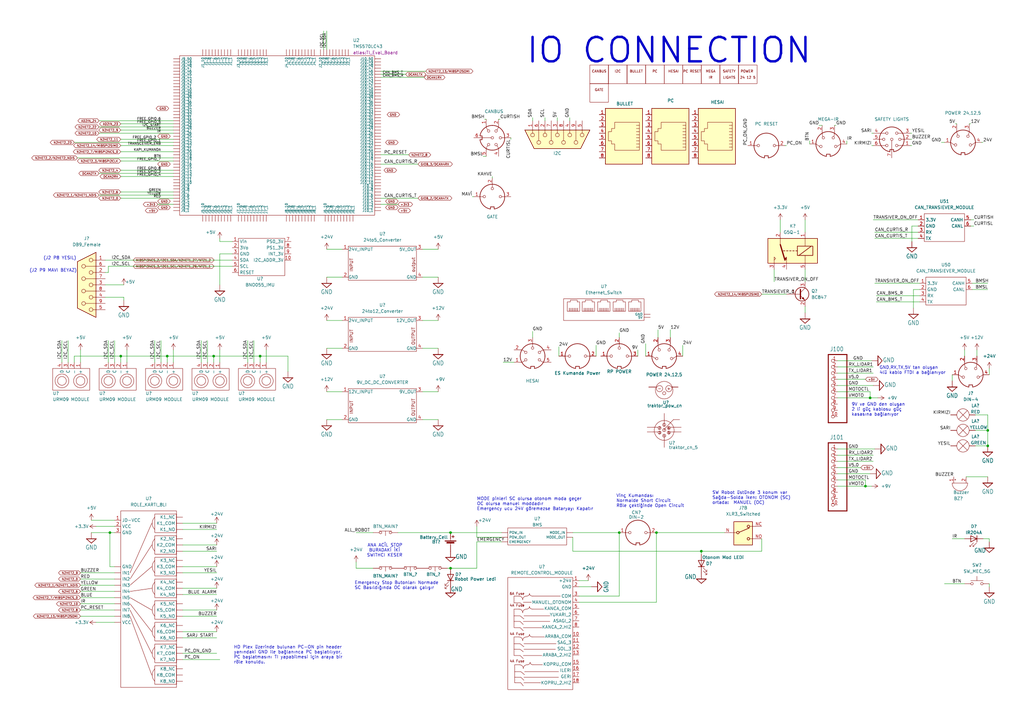
<source format=kicad_sch>
(kicad_sch (version 20211123) (generator eeschema)
  (paper "A3")
  (lib_symbols
    (symbol "Connector:DB9_Female" (pin_names (offset 1.016) hide)
      (property "Reference" "J" (at 0 13.97 0))
      (property "Value" "DB9_Female" (at 0 -14.605 0))
      (symbol "DB9_Female_1_1"
        (pin passive line (at -7.62 10.16 0) (length 3.81) (name "1") (number "1"))
        (pin passive line (at -7.62 5.08 0) (length 3.81) (name "2") (number "2"))
        (pin passive line (at -7.62 0 0) (length 3.81) (name "3") (number "3"))
        (pin passive line (at -7.62 -5.08 0) (length 3.81) (name "4") (number "4"))
        (pin passive line (at -7.62 -10.16 0) (length 3.81) (name "5") (number "5"))
        (pin passive line (at -7.62 7.62 0) (length 3.81) (name "6") (number "6"))
        (pin passive line (at -7.62 2.54 0) (length 3.81) (name "7") (number "7"))
        (pin passive line (at -7.62 -2.54 0) (length 3.81) (name "8") (number "8"))
        (pin passive line (at -7.62 -7.62 0) (length 3.81) (name "9") (number "9"))
      )
    )
    (symbol "Connector:DIN-3" (pin_names (offset 1.016))
      (property "Reference" "J" (at 3.302 6.35 0))
      (property "Value" "DIN-3" (at 0 -6.35 0))
      (symbol "DIN-3_1_1"
        (pin passive line (at -7.62 0 0) (length 2.54) (name "~") (number "1"))
        (pin passive line (at 0 7.62 270) (length 2.54) (name "~") (number "2"))
        (pin passive line (at 7.62 0 180) (length 2.54) (name "~") (number "3"))
      )
    )
    (symbol "Connector:DIN-4" (pin_names (offset 1.016))
      (property "Reference" "J" (at 5.334 5.08 0))
      (property "Value" "DIN-4" (at 0 -6.35 0))
      (symbol "DIN-4_1_1"
        (pin passive line (at -7.62 0 0) (length 2.54) (name "~") (number "1"))
        (pin passive line (at -2.54 7.62 270) (length 2.54) (name "~") (number "2"))
        (pin passive line (at 2.54 7.62 270) (length 2.54) (name "~") (number "3"))
        (pin passive line (at 7.62 0 180) (length 2.54) (name "~") (number "4"))
      )
    )
    (symbol "Connector:DIN-5" (pin_names (offset 1.016))
      (property "Reference" "J" (at 3.175 5.715 0))
      (property "Value" "DIN-5" (at 0 -6.35 0))
      (symbol "DIN-5_1_1"
        (pin passive line (at -7.62 -2.54 0) (length 2.54) (name "~") (number "1"))
        (pin passive line (at -7.62 2.54 0) (length 2.54) (name "~") (number "2"))
        (pin passive line (at 0 7.62 270) (length 2.54) (name "~") (number "3"))
        (pin passive line (at 7.62 2.54 180) (length 2.54) (name "~") (number "4"))
        (pin passive line (at 7.62 -2.54 180) (length 2.54) (name "~") (number "5"))
      )
    )
    (symbol "Connector:DIN-6" (pin_names (offset 1.016))
      (property "Reference" "J" (at 3.175 5.715 0))
      (property "Value" "DIN-6" (at 4.445 -4.445 0))
      (symbol "DIN-6_1_1"
        (pin passive line (at -7.62 -2.54 0) (length 2.54) (name "~") (number "1"))
        (pin passive line (at -7.62 2.54 0) (length 2.54) (name "~") (number "2"))
        (pin passive line (at 0 7.62 270) (length 2.54) (name "~") (number "3"))
        (pin passive line (at 7.62 2.54 180) (length 2.54) (name "~") (number "4"))
        (pin passive line (at 7.62 -2.54 180) (length 2.54) (name "~") (number "5"))
        (pin passive line (at 0 -7.62 90) (length 2.54) (name "~") (number "6"))
      )
    )
    (symbol "Connector:DIN-7_CenterPin7" (pin_names (offset 1.016))
      (property "Reference" "J" (at 0 6.35 0))
      (property "Value" "DIN-7_CenterPin7" (at 3.048 -5.334 0))
      (symbol "DIN-7_CenterPin7_1_1"
        (pin passive line (at 7.62 -2.54 180) (length 2.54) (name "~") (number "1"))
        (pin passive line (at 7.62 0 180) (length 2.54) (name "~") (number "2"))
        (pin passive line (at 7.62 2.54 180) (length 2.54) (name "~") (number "3"))
        (pin passive line (at -7.62 2.54 0) (length 2.54) (name "~") (number "4"))
        (pin passive line (at -7.62 0 0) (length 2.54) (name "~") (number "5"))
        (pin passive line (at -7.62 -2.54 0) (length 2.54) (name "~") (number "6"))
        (pin passive line (at 0 -7.62 90) (length 2.54) (name "~") (number "7"))
      )
    )
    (symbol "Connector:RJ45" (pin_names (offset 1.016))
      (property "Reference" "J" (at -5.08 13.97 0))
      (property "Value" "RJ45" (at 2.54 13.97 0))
      (symbol "RJ45_1_1"
        (pin passive line (at 10.16 -7.62 180) (length 2.54) (name "~") (number "1"))
        (pin passive line (at 10.16 -5.08 180) (length 2.54) (name "~") (number "2"))
        (pin passive line (at 10.16 -2.54 180) (length 2.54) (name "~") (number "3"))
        (pin passive line (at 10.16 0 180) (length 2.54) (name "~") (number "4"))
        (pin passive line (at 10.16 2.54 180) (length 2.54) (name "~") (number "5"))
        (pin passive line (at 10.16 5.08 180) (length 2.54) (name "~") (number "6"))
        (pin passive line (at 10.16 7.62 180) (length 2.54) (name "~") (number "7"))
        (pin passive line (at 10.16 10.16 180) (length 2.54) (name "~") (number "8"))
      )
    )
    (symbol "Connector:XLR3_Switched" (pin_names hide)
      (property "Reference" "J" (at 0 8.89 0))
      (property "Value" "XLR3_Switched" (at 0 6.35 0))
      (symbol "XLR3_Switched_1_1"
        (text "1" (at -3.556 1.778 0) (effects (font (size 1.016 1.016) bold)))
        (text "2" (at 3.556 1.778 0) (effects (font (size 1.016 1.016) bold)))
        (text "3" (at 0 -1.778 0) (effects (font (size 1.016 1.016) bold)))
        (pin passive line (at -7.62 0 0) (length 2.54) (name "~") (number "1"))
        (pin passive line (at 7.62 0 180) (length 2.54) (name "~") (number "2"))
        (pin passive line (at 0 -7.62 90) (length 2.54) (name "~") (number "3"))
      )
      (symbol "XLR3_Switched_2_1"
        (pin passive line (at -7.62 0 0) (length 2.54) (name "~") (number "N"))
        (pin passive line (at 7.62 2.54 180) (length 2.54) (name "~") (number "NC"))
        (pin passive line (at 7.62 -2.54 180) (length 2.54) (name "~") (number "NO"))
      )
    )
    (symbol "Device:Battery_Cell" (pin_numbers hide) (pin_names (offset 0) hide)
      (property "Reference" "BT" (at 2.54 2.54 0))
      (property "Value" "Battery_Cell" (at 2.54 0 0))
      (symbol "Battery_Cell_1_1"
        (pin passive line (at 0 5.08 270) (length 2.54) (name "+") (number "1"))
        (pin passive line (at 0 -2.54 90) (length 2.54) (name "-") (number "2"))
      )
    )
    (symbol "Device:Buzzer" (pin_names (offset 0.0254) hide)
      (property "Reference" "BZ" (at 3.81 1.27 0))
      (property "Value" "Buzzer" (at 3.81 -1.27 0))
      (symbol "Buzzer_1_1"
        (pin passive line (at -2.54 2.54 0) (length 2.54) (name "-") (number "1"))
        (pin passive line (at -2.54 -2.54 0) (length 2.54) (name "+") (number "2"))
      )
    )
    (symbol "Device:LED" (pin_numbers hide) (pin_names (offset 1.016) hide)
      (property "Reference" "D" (at 0 2.54 0))
      (property "Value" "LED" (at 0 -2.54 0))
      (symbol "LED_1_1"
        (pin passive line (at -3.81 0 0) (length 2.54) (name "K") (number "1"))
        (pin passive line (at 3.81 0 180) (length 2.54) (name "A") (number "2"))
      )
    )
    (symbol "Device:Lamp" (pin_numbers hide) (pin_names (offset 0.0254) hide)
      (property "Reference" "LA" (at 0.635 3.81 0))
      (property "Value" "Lamp" (at 0.635 -3.81 0))
      (symbol "Lamp_1_1"
        (pin passive line (at 0 -5.08 90) (length 2.54) (name "-") (number "1"))
        (pin passive line (at 0 5.08 270) (length 2.54) (name "+") (number "2"))
      )
    )
    (symbol "LED:IR204A" (pin_numbers hide) (pin_names (offset 1.016) hide)
      (property "Reference" "D" (at 0.508 1.778 0))
      (property "Value" "IR204A" (at -1.016 -2.794 0))
      (symbol "IR204A_1_1"
        (pin passive line (at -5.08 0 0) (length 2.54) (name "K") (number "1"))
        (pin passive line (at 2.54 0 180) (length 2.54) (name "A") (number "2"))
      )
    )
    (symbol "ROLE_KARTI_8LI_1"
      (property "Reference" "U?" (at 0 38.1 0))
      (property "Value" "ROLE_KARTI_8LI_1" (at 0 35.56 0))
      (symbol "ROLE_KARTI_8LI_1_1_1"
        (pin power_in line (at -13.97 11.43 0) (length 2.54) (name "GND") (number ""))
        (pin input line (at -13.97 8.89 0) (length 2.54) (name "IN1") (number ""))
        (pin input line (at -13.97 6.35 0) (length 2.54) (name "IN2") (number ""))
        (pin input line (at -13.97 3.81 0) (length 2.54) (name "IN3") (number ""))
        (pin input line (at -13.97 1.27 0) (length 2.54) (name "IN4") (number ""))
        (pin input line (at -13.97 -1.27 0) (length 2.54) (name "IN5") (number ""))
        (pin input line (at -13.97 -3.81 0) (length 2.54) (name "IN6") (number ""))
        (pin input line (at -13.97 -6.35 0) (length 2.54) (name "IN7") (number ""))
        (pin input line (at -13.97 -8.89 0) (length 2.54) (name "IN8") (number ""))
        (pin output line (at 13.97 29.21 180) (length 2.54) (name "K1_COM") (number ""))
        (pin output line (at 13.97 31.75 180) (length 2.54) (name "K1_NC") (number ""))
        (pin output line (at 13.97 26.67 180) (length 2.54) (name "K1_NO") (number ""))
        (pin output line (at 13.97 20.32 180) (length 2.54) (name "K2_COM") (number ""))
        (pin output line (at 13.97 22.86 180) (length 2.54) (name "K2_NC") (number ""))
        (pin output line (at 13.97 17.78 180) (length 2.54) (name "K2_NO") (number ""))
        (pin output line (at 13.97 11.43 180) (length 2.54) (name "K3_COM") (number ""))
        (pin output line (at 13.97 13.97 180) (length 2.54) (name "K3_NC") (number ""))
        (pin output line (at 13.97 8.89 180) (length 2.54) (name "K3_NO") (number ""))
        (pin output line (at 13.97 2.54 180) (length 2.54) (name "K4_COM") (number ""))
        (pin output line (at 13.97 5.08 180) (length 2.54) (name "K4_NC") (number ""))
        (pin output line (at 13.97 0 180) (length 2.54) (name "K4_NO") (number ""))
        (pin output line (at 13.97 -6.35 180) (length 2.54) (name "K5_COM") (number ""))
        (pin output line (at 13.97 -3.81 180) (length 2.54) (name "K5_NC") (number ""))
        (pin output line (at 13.97 -8.89 180) (length 2.54) (name "K5_NO") (number ""))
        (pin output line (at 13.97 -15.24 180) (length 2.54) (name "K6_COM") (number ""))
        (pin output line (at 13.97 -12.7 180) (length 2.54) (name "K6_NC") (number ""))
        (pin output line (at 13.97 -17.78 180) (length 2.54) (name "K6_NO") (number ""))
        (pin output line (at 13.97 -24.13 180) (length 2.54) (name "K7_COM") (number ""))
        (pin output line (at 13.97 -21.59 180) (length 2.54) (name "K7_NC") (number ""))
        (pin output line (at 13.97 -26.67 180) (length 2.54) (name "K7_NO") (number ""))
        (pin output line (at 13.97 -33.02 180) (length 2.54) (name "K8_COM") (number ""))
        (pin output line (at 13.97 -30.48 180) (length 2.54) (name "K8_NC") (number ""))
        (pin output line (at 13.97 -35.56 180) (length 2.54) (name "K8_NO") (number ""))
        (pin power_in line (at -13.97 -11.43 0) (length 2.54) (name "VCC") (number ""))
        (pin power_in line (at -13.97 30.48 0) (length 2.54) (name "JD-VCC") (number "1"))
        (pin power_in line (at -13.97 27.94 0) (length 2.54) (name "VCC") (number "2"))
        (pin power_in line (at -13.97 25.4 0) (length 2.54) (name "GND") (number "3"))
      )
    )
    (symbol "Relay:G5Q-1"
      (property "Reference" "K" (at 11.43 3.81 0))
      (property "Value" "G5Q-1" (at 11.43 1.27 0))
      (symbol "G5Q-1_1_1"
        (pin passive line (at -5.08 -7.62 90) (length 2.54) (name "~") (number "1"))
        (pin passive line (at 5.08 -7.62 90) (length 2.54) (name "~") (number "2"))
        (pin passive line (at 7.62 7.62 270) (length 2.54) (name "~") (number "3"))
        (pin passive line (at 2.54 7.62 270) (length 2.54) (name "~") (number "4"))
        (pin passive line (at -5.08 7.62 270) (length 2.54) (name "~") (number "5"))
      )
    )
    (symbol "Switch:SW_MEC_5G" (pin_numbers hide) (pin_names (offset 1.016) hide)
      (property "Reference" "SW" (at 1.27 2.54 0))
      (property "Value" "SW_MEC_5G" (at 0 -1.524 0))
      (symbol "SW_MEC_5G_0_1"
        (pin passive line (at -5.08 0 0) (length 2.54) (name "A") (number "1"))
        (pin passive line (at 5.08 0 180) (length 2.54) (name "B") (number "3"))
      )
      (symbol "SW_MEC_5G_1_1"
        (pin passive line (at -5.08 0 0) (length 2.54) hide (name "A") (number "2"))
        (pin passive line (at 5.08 0 180) (length 2.54) hide (name "B") (number "4"))
      )
    )
    (symbol "Switch:SW_Push_Open" (pin_numbers hide) (pin_names (offset 1.016) hide)
      (property "Reference" "SW" (at 0 2.54 0))
      (property "Value" "SW_Push_Open" (at 0 -1.905 0))
      (symbol "SW_Push_Open_0_1"
        (pin passive line (at -5.08 0 0) (length 2.54) (name "A") (number "1"))
      )
      (symbol "SW_Push_Open_1_1"
        (pin passive line (at 5.08 0 180) (length 2.54) (name "B") (number "2"))
      )
    )
    (symbol "TMS570LC43_1" (pin_numbers hide)
      (property "Reference" "U?" (at -1.27 24.765 0))
      (property "Value" "TMS570LC43_1" (at -1.27 26.67 0))
      (property "Footprint" "atlas:TI_Eval_Board" (at -1.27 25.4 0))
      (symbol "TMS570LC43_1_1_1"
        (pin bidirectional line (at 44.45 -51.435 180) (length 2.54) (name "J10_1") (number "J10_1"))
        (pin bidirectional line (at 44.45 -40.005 180) (length 2.54) (name "J10_10") (number "J10_10"))
        (pin bidirectional line (at 44.45 -38.735 180) (length 2.54) (name "J10_11") (number "J10_11"))
        (pin bidirectional line (at 44.45 -37.465 180) (length 2.54) (name "J10_12") (number "J10_12"))
        (pin bidirectional line (at 44.45 -36.195 180) (length 2.54) (name "J10_13") (number "J10_13"))
        (pin bidirectional line (at 44.45 -34.925 180) (length 2.54) (name "J10_14") (number "J10_14"))
        (pin bidirectional line (at 44.45 -33.655 180) (length 2.54) (name "J10_15") (number "J10_15"))
        (pin bidirectional line (at 44.45 -32.385 180) (length 2.54) (name "J10_16") (number "J10_16"))
        (pin bidirectional line (at 44.45 -31.115 180) (length 2.54) (name "J10_17") (number "J10_17"))
        (pin bidirectional line (at 44.45 -29.845 180) (length 2.54) (name "J10_18") (number "J10_18"))
        (pin bidirectional line (at 44.45 -28.575 180) (length 2.54) (name "J10_19") (number "J10_19"))
        (pin bidirectional line (at 44.45 -50.165 180) (length 2.54) (name "J10_2") (number "J10_2"))
        (pin bidirectional line (at 44.45 -27.305 180) (length 2.54) (name "J10_20") (number "J10_20"))
        (pin bidirectional line (at 44.45 -26.035 180) (length 2.54) (name "J10_21") (number "J10_21"))
        (pin bidirectional line (at 44.45 -24.765 180) (length 2.54) (name "J10_22") (number "J10_22"))
        (pin bidirectional line (at 44.45 -23.495 180) (length 2.54) (name "J10_23") (number "J10_23"))
        (pin bidirectional line (at 44.45 -22.225 180) (length 2.54) (name "J10_24") (number "J10_24"))
        (pin bidirectional line (at 44.45 -20.955 180) (length 2.54) (name "J10_25") (number "J10_25"))
        (pin bidirectional line (at 44.45 -19.685 180) (length 2.54) (name "J10_26") (number "J10_26"))
        (pin bidirectional line (at 44.45 -18.415 180) (length 2.54) (name "J10_27") (number "J10_27"))
        (pin bidirectional line (at 44.45 -17.145 180) (length 2.54) (name "J10_28") (number "J10_28"))
        (pin bidirectional line (at 44.45 -15.875 180) (length 2.54) (name "J10_29") (number "J10_29"))
        (pin bidirectional line (at 44.45 -48.895 180) (length 2.54) (name "J10_3") (number "J10_3"))
        (pin bidirectional line (at 44.45 -14.605 180) (length 2.54) (name "J10_30") (number "J10_30"))
        (pin bidirectional line (at 44.45 -13.335 180) (length 2.54) (name "J10_31") (number "J10_31"))
        (pin bidirectional line (at 44.45 -12.065 180) (length 2.54) (name "J10_32") (number "J10_32"))
        (pin bidirectional line (at 44.45 -10.795 180) (length 2.54) (name "J10_33") (number "J10_33"))
        (pin bidirectional line (at 44.45 -9.525 180) (length 2.54) (name "J10_34") (number "J10_34"))
        (pin bidirectional line (at 44.45 -8.255 180) (length 2.54) (name "J10_35") (number "J10_35"))
        (pin bidirectional line (at 44.45 -6.985 180) (length 2.54) (name "J10_36") (number "J10_36"))
        (pin bidirectional line (at 44.45 -5.715 180) (length 2.54) (name "J10_37") (number "J10_37"))
        (pin bidirectional line (at 44.45 -4.445 180) (length 2.54) (name "J10_38") (number "J10_38"))
        (pin bidirectional line (at 44.45 -3.175 180) (length 2.54) (name "J10_39") (number "J10_39"))
        (pin bidirectional line (at 44.45 -47.625 180) (length 2.54) (name "J10_4") (number "J10_4"))
        (pin bidirectional line (at 44.45 -1.905 180) (length 2.54) (name "J10_40") (number "J10_40"))
        (pin bidirectional line (at 44.45 -0.635 180) (length 2.54) (name "J10_41") (number "J10_41"))
        (pin bidirectional line (at 44.45 0.635 180) (length 2.54) (name "J10_42") (number "J10_42"))
        (pin bidirectional line (at 44.45 1.905 180) (length 2.54) (name "J10_43") (number "J10_43"))
        (pin bidirectional line (at 44.45 3.175 180) (length 2.54) (name "J10_44") (number "J10_44"))
        (pin bidirectional line (at 44.45 4.445 180) (length 2.54) (name "J10_45") (number "J10_45"))
        (pin bidirectional line (at 44.45 5.715 180) (length 2.54) (name "J10_46") (number "J10_46"))
        (pin bidirectional line (at 44.45 6.985 180) (length 2.54) (name "J10_47") (number "J10_47"))
        (pin bidirectional line (at 44.45 8.255 180) (length 2.54) (name "J10_48") (number "J10_48"))
        (pin bidirectional line (at 44.45 9.525 180) (length 2.54) (name "J10_49") (number "J10_49"))
        (pin bidirectional line (at 44.45 -46.355 180) (length 2.54) (name "J10_5") (number "J10_5"))
        (pin bidirectional line (at 44.45 10.795 180) (length 2.54) (name "J10_50") (number "J10_50"))
        (pin bidirectional line (at 44.45 -45.085 180) (length 2.54) (name "J10_6") (number "J10_6"))
        (pin bidirectional line (at 44.45 -43.815 180) (length 2.54) (name "J10_7") (number "J10_7"))
        (pin bidirectional line (at 44.45 -42.545 180) (length 2.54) (name "J10_8") (number "J10_8"))
        (pin bidirectional line (at 44.45 -41.275 180) (length 2.54) (name "J10_9") (number "J10_9"))
        (pin bidirectional line (at -17.145 14.605 270) (length 2.54) (name "J1_1") (number "J1_1"))
        (pin bidirectional line (at -28.575 14.605 270) (length 2.54) (name "J1_10") (number "J1_10"))
        (pin bidirectional line (at -18.415 14.605 270) (length 2.54) (name "J1_2") (number "J1_2"))
        (pin bidirectional line (at -19.685 14.605 270) (length 2.54) (name "J1_3") (number "J1_3"))
        (pin bidirectional line (at -20.955 14.605 270) (length 2.54) (name "J1_4") (number "J1_4"))
        (pin bidirectional line (at -22.225 14.605 270) (length 2.54) (name "J1_5") (number "J1_5"))
        (pin bidirectional line (at -23.495 14.605 270) (length 2.54) (name "J1_6") (number "J1_6"))
        (pin bidirectional line (at -24.765 14.605 270) (length 2.54) (name "J1_7") (number "J1_7"))
        (pin bidirectional line (at -26.035 14.605 270) (length 2.54) (name "J1_8") (number "J1_8"))
        (pin bidirectional line (at -27.305 14.605 270) (length 2.54) (name "J1_9") (number "J1_9"))
        (pin bidirectional line (at 31.115 14.605 270) (length 2.54) (name "J2_1") (number "J2_1"))
        (pin bidirectional line (at 19.685 14.605 270) (length 2.54) (name "J2_10") (number "J2_10"))
        (pin bidirectional line (at 29.845 14.605 270) (length 2.54) (name "J2_2") (number "J2_2"))
        (pin bidirectional line (at 28.575 14.605 270) (length 2.54) (name "J2_3") (number "J2_3"))
        (pin bidirectional line (at 27.305 14.605 270) (length 2.54) (name "J2_4") (number "J2_4"))
        (pin bidirectional line (at 26.035 14.605 270) (length 2.54) (name "J2_5") (number "J2_5"))
        (pin bidirectional line (at 24.765 14.605 270) (length 2.54) (name "J2_6") (number "J2_6"))
        (pin bidirectional line (at 23.495 14.605 270) (length 2.54) (name "J2_7") (number "J2_7"))
        (pin bidirectional line (at 22.225 14.605 270) (length 2.54) (name "J2_8") (number "J2_8"))
        (pin bidirectional line (at 20.955 14.605 270) (length 2.54) (name "J2_9") (number "J2_9"))
        (pin bidirectional line (at -2.54 14.605 270) (length 2.54) (name "J3_1") (number "J3_1"))
        (pin bidirectional line (at -13.97 14.605 270) (length 2.54) (name "J3_10") (number "J3_10"))
        (pin bidirectional line (at -3.81 14.605 270) (length 2.54) (name "J3_2") (number "J3_2"))
        (pin bidirectional line (at -5.08 14.605 270) (length 2.54) (name "J3_3") (number "J3_3"))
        (pin bidirectional line (at -6.35 14.605 270) (length 2.54) (name "J3_4") (number "J3_4"))
        (pin bidirectional line (at -7.62 14.605 270) (length 2.54) (name "J3_5") (number "J3_5"))
        (pin bidirectional line (at -8.89 14.605 270) (length 2.54) (name "J3_6") (number "J3_6"))
        (pin bidirectional line (at -10.16 14.605 270) (length 2.54) (name "J3_7") (number "J3_7"))
        (pin bidirectional line (at -11.43 14.605 270) (length 2.54) (name "J3_8") (number "J3_8"))
        (pin bidirectional line (at -12.7 14.605 270) (length 2.54) (name "J3_9") (number "J3_9"))
        (pin bidirectional line (at 17.145 14.605 270) (length 2.54) (name "J4_1") (number "J4_1"))
        (pin bidirectional line (at 5.715 14.605 270) (length 2.54) (name "J4_10") (number "J4_10"))
        (pin bidirectional line (at 15.875 14.605 270) (length 2.54) (name "J4_2") (number "J4_2"))
        (pin bidirectional line (at 14.605 14.605 270) (length 2.54) (name "J4_3") (number "J4_3"))
        (pin bidirectional line (at 13.335 14.605 270) (length 2.54) (name "J4_4") (number "J4_4"))
        (pin bidirectional line (at 12.065 14.605 270) (length 2.54) (name "J4_5") (number "J4_5"))
        (pin bidirectional line (at 10.795 14.605 270) (length 2.54) (name "J4_6") (number "J4_6"))
        (pin bidirectional line (at 9.525 14.605 270) (length 2.54) (name "J4_7") (number "J4_7"))
        (pin bidirectional line (at 8.255 14.605 270) (length 2.54) (name "J4_8") (number "J4_8"))
        (pin bidirectional line (at 6.985 14.605 270) (length 2.54) (name "J4_9") (number "J4_9"))
        (pin bidirectional line (at -17.145 -55.88 90) (length 2.54) (name "J5_1") (number "J5_1"))
        (pin bidirectional line (at -28.575 -55.88 90) (length 2.54) (name "J5_10") (number "J5_10"))
        (pin bidirectional line (at -18.415 -55.88 90) (length 2.54) (name "J5_2") (number "J5_2"))
        (pin bidirectional line (at -19.685 -55.88 90) (length 2.54) (name "J5_3") (number "J5_3"))
        (pin bidirectional line (at -20.955 -55.88 90) (length 2.54) (name "J5_4") (number "J5_4"))
        (pin bidirectional line (at -22.225 -55.88 90) (length 2.54) (name "J5_5") (number "J5_5"))
        (pin bidirectional line (at -23.495 -55.88 90) (length 2.54) (name "J5_6") (number "J5_6"))
        (pin bidirectional line (at -24.765 -55.88 90) (length 2.54) (name "J5_7") (number "J5_7"))
        (pin bidirectional line (at -26.035 -55.88 90) (length 2.54) (name "J5_8") (number "J5_8"))
        (pin bidirectional line (at -27.305 -55.88 90) (length 2.54) (name "J5_9") (number "J5_9"))
        (pin bidirectional line (at 33.02 -55.88 90) (length 2.54) (name "J6_1") (number "J6_1"))
        (pin bidirectional line (at 21.59 -55.88 90) (length 2.54) (name "J6_10") (number "J6_10"))
        (pin bidirectional line (at 31.75 -55.88 90) (length 2.54) (name "J6_2") (number "J6_2"))
        (pin bidirectional line (at 30.48 -55.88 90) (length 2.54) (name "J6_3") (number "J6_3"))
        (pin bidirectional line (at 29.21 -55.88 90) (length 2.54) (name "J6_4") (number "J6_4"))
        (pin bidirectional line (at 27.94 -55.88 90) (length 2.54) (name "J6_5") (number "J6_5"))
        (pin bidirectional line (at 26.67 -55.88 90) (length 2.54) (name "J6_6") (number "J6_6"))
        (pin bidirectional line (at 25.4 -55.88 90) (length 2.54) (name "J6_7") (number "J6_7"))
        (pin bidirectional line (at 24.13 -55.88 90) (length 2.54) (name "J6_8") (number "J6_8"))
        (pin bidirectional line (at 22.86 -55.88 90) (length 2.54) (name "J6_9") (number "J6_9"))
        (pin bidirectional line (at -2.54 -55.88 90) (length 2.54) (name "J7_1") (number "J7_1"))
        (pin bidirectional line (at -13.97 -55.88 90) (length 2.54) (name "J7_10") (number "J7_10"))
        (pin bidirectional line (at -3.81 -55.88 90) (length 2.54) (name "J7_2") (number "J7_2"))
        (pin bidirectional line (at -5.08 -55.88 90) (length 2.54) (name "J7_3") (number "J7_3"))
        (pin bidirectional line (at -6.35 -55.88 90) (length 2.54) (name "J7_4") (number "J7_4"))
        (pin bidirectional line (at -7.62 -55.88 90) (length 2.54) (name "J7_5") (number "J7_5"))
        (pin bidirectional line (at -8.89 -55.88 90) (length 2.54) (name "J7_6") (number "J7_6"))
        (pin bidirectional line (at -10.16 -55.88 90) (length 2.54) (name "J7_7") (number "J7_7"))
        (pin bidirectional line (at -11.43 -55.88 90) (length 2.54) (name "J7_8") (number "J7_8"))
        (pin bidirectional line (at -12.7 -55.88 90) (length 2.54) (name "J7_9") (number "J7_9"))
        (pin bidirectional line (at 17.145 -55.88 90) (length 2.54) (name "J8_1") (number "J8_1"))
        (pin bidirectional line (at 5.715 -55.88 90) (length 2.54) (name "J8_10") (number "J8_10"))
        (pin bidirectional line (at 15.875 -55.88 90) (length 2.54) (name "J8_2") (number "J8_2"))
        (pin bidirectional line (at 14.605 -55.88 90) (length 2.54) (name "J8_3") (number "J8_3"))
        (pin bidirectional line (at 13.335 -55.88 90) (length 2.54) (name "J8_4") (number "J8_4"))
        (pin bidirectional line (at 12.065 -55.88 90) (length 2.54) (name "J8_5") (number "J8_5"))
        (pin bidirectional line (at 10.795 -55.88 90) (length 2.54) (name "J8_6") (number "J8_6"))
        (pin bidirectional line (at 9.525 -55.88 90) (length 2.54) (name "J8_7") (number "J8_7"))
        (pin bidirectional line (at 8.255 -55.88 90) (length 2.54) (name "J8_8") (number "J8_8"))
        (pin bidirectional line (at 6.985 -55.88 90) (length 2.54) (name "J8_9") (number "J8_9"))
        (pin bidirectional line (at -40.64 -51.435 0) (length 2.54) (name "J9_1") (number "J9_1"))
        (pin bidirectional line (at -40.64 -40.005 0) (length 2.54) (name "J9_10") (number "J9_10"))
        (pin bidirectional line (at -40.64 -38.735 0) (length 2.54) (name "J9_11") (number "J9_11"))
        (pin bidirectional line (at -40.64 -37.465 0) (length 2.54) (name "J9_12") (number "J9_12"))
        (pin bidirectional line (at -40.64 -36.195 0) (length 2.54) (name "J9_13") (number "J9_13"))
        (pin bidirectional line (at -40.64 -34.925 0) (length 2.54) (name "J9_14") (number "J9_14"))
        (pin bidirectional line (at -40.64 -33.655 0) (length 2.54) (name "J9_15") (number "J9_15"))
        (pin bidirectional line (at -40.64 -32.385 0) (length 2.54) (name "J9_16") (number "J9_16"))
        (pin bidirectional line (at -40.64 -31.115 0) (length 2.54) (name "J9_17") (number "J9_17"))
        (pin bidirectional line (at -40.64 -29.845 0) (length 2.54) (name "J9_18") (number "J9_18"))
        (pin bidirectional line (at -40.64 -28.575 0) (length 2.54) (name "J9_19") (number "J9_19"))
        (pin bidirectional line (at -40.64 -50.165 0) (length 2.54) (name "J9_2") (number "J9_2"))
        (pin bidirectional line (at -40.64 -27.305 0) (length 2.54) (name "J9_20") (number "J9_20"))
        (pin bidirectional line (at -40.64 -26.035 0) (length 2.54) (name "J9_21") (number "J9_21"))
        (pin bidirectional line (at -40.64 -24.765 0) (length 2.54) (name "J9_22") (number "J9_22"))
        (pin bidirectional line (at -40.64 -23.495 0) (length 2.54) (name "J9_23") (number "J9_23"))
        (pin bidirectional line (at -40.64 -22.225 0) (length 2.54) (name "J9_24") (number "J9_24"))
        (pin bidirectional line (at -40.64 -20.955 0) (length 2.54) (name "J9_25") (number "J9_25"))
        (pin bidirectional line (at -40.64 -19.685 0) (length 2.54) (name "J9_26") (number "J9_26"))
        (pin bidirectional line (at -40.64 -18.415 0) (length 2.54) (name "J9_27") (number "J9_27"))
        (pin bidirectional line (at -40.64 -17.145 0) (length 2.54) (name "J9_28") (number "J9_28"))
        (pin bidirectional line (at -40.64 -15.875 0) (length 2.54) (name "J9_29") (number "J9_29"))
        (pin bidirectional line (at -40.64 -48.895 0) (length 2.54) (name "J9_3") (number "J9_3"))
        (pin bidirectional line (at -40.64 -14.605 0) (length 2.54) (name "J9_30") (number "J9_30"))
        (pin bidirectional line (at -40.64 -13.335 0) (length 2.54) (name "J9_31") (number "J9_31"))
        (pin bidirectional line (at -40.64 -12.065 0) (length 2.54) (name "J9_32") (number "J9_32"))
        (pin bidirectional line (at -40.64 -10.795 0) (length 2.54) (name "J9_33") (number "J9_33"))
        (pin bidirectional line (at -40.64 -9.525 0) (length 2.54) (name "J9_34") (number "J9_34"))
        (pin bidirectional line (at -40.64 -8.255 0) (length 2.54) (name "J9_35") (number "J9_35"))
        (pin bidirectional line (at -40.64 -6.985 0) (length 2.54) (name "J9_36") (number "J9_36"))
        (pin bidirectional line (at -40.64 -5.715 0) (length 2.54) (name "J9_37") (number "J9_37"))
        (pin bidirectional line (at -40.64 -4.445 0) (length 2.54) (name "J9_38") (number "J9_38"))
        (pin bidirectional line (at -40.64 -3.175 0) (length 2.54) (name "J9_39") (number "J9_39"))
        (pin bidirectional line (at -40.64 -47.625 0) (length 2.54) (name "J9_4") (number "J9_4"))
        (pin bidirectional line (at -40.64 -1.905 0) (length 2.54) (name "J9_40") (number "J9_40"))
        (pin bidirectional line (at -40.64 -0.635 0) (length 2.54) (name "J9_41") (number "J9_41"))
        (pin bidirectional line (at -40.64 0.635 0) (length 2.54) (name "J9_42") (number "J9_42"))
        (pin bidirectional line (at -40.64 1.905 0) (length 2.54) (name "J9_43") (number "J9_43"))
        (pin bidirectional line (at -40.64 3.175 0) (length 2.54) (name "J9_44") (number "J9_44"))
        (pin bidirectional line (at -40.64 4.445 0) (length 2.54) (name "J9_45") (number "J9_45"))
        (pin bidirectional line (at -40.64 5.715 0) (length 2.54) (name "J9_46") (number "J9_46"))
        (pin bidirectional line (at -40.64 6.985 0) (length 2.54) (name "J9_47") (number "J9_47"))
        (pin bidirectional line (at -40.64 8.255 0) (length 2.54) (name "J9_48") (number "J9_48"))
        (pin bidirectional line (at -40.64 9.525 0) (length 2.54) (name "J9_49") (number "J9_49"))
        (pin bidirectional line (at -40.64 -46.355 0) (length 2.54) (name "J9_5") (number "J9_5"))
        (pin bidirectional line (at -40.64 10.795 0) (length 2.54) (name "J9_50") (number "J9_50"))
        (pin bidirectional line (at -40.64 -45.085 0) (length 2.54) (name "J9_6") (number "J9_6"))
        (pin bidirectional line (at -40.64 -43.815 0) (length 2.54) (name "J9_7") (number "J9_7"))
        (pin bidirectional line (at -40.64 -42.545 0) (length 2.54) (name "J9_8") (number "J9_8"))
        (pin bidirectional line (at -40.64 -41.275 0) (length 2.54) (name "J9_9") (number "J9_9"))
      )
    )
    (symbol "Transistor_BJT:BC847" (pin_names (offset 0) hide)
      (property "Reference" "Q" (at 5.08 1.905 0))
      (property "Value" "BC847" (at 5.08 0 0))
      (symbol "BC847_1_1"
        (pin input line (at -5.08 0 0) (length 5.715) (name "B") (number "1"))
        (pin passive line (at 2.54 -5.08 90) (length 2.54) (name "E") (number "2"))
        (pin passive line (at 2.54 5.08 270) (length 2.54) (name "C") (number "3"))
      )
    )
    (symbol "atlas:Ethernet_Switch"
      (property "Reference" "U" (at 0 7.62 0))
      (property "Value" "Ethernet_Switch" (at 0 5.08 0))
      (symbol "Ethernet_Switch_1_1"
        (pin input line (at 19.05 -5.08 180) (length 2.54) (name "5V") (number ""))
        (pin input line (at 19.05 -3.81 180) (length 2.54) (name "GND") (number ""))
      )
    )
    (symbol "atlas:IO_Case"
      (symbol "IO_Case_0_0"
        (text "24 12 5" (at 30.48 2.54 0) (effects (font (size 1 1))))
        (text "BULLET" (at -15.24 5.08 0) (effects (font (size 1 1))))
        (text "CANBUS" (at -30.48 5.08 0) (effects (font (size 1 1))))
        (text "GATE" (at -30.48 -2.54 0) (effects (font (size 1 1))))
        (text "HESAI" (at 0 5.08 0) (effects (font (size 1 1))))
        (text "I2C" (at -22.86 5.08 0) (effects (font (size 1 1))))
        (text "IR" (at 15.24 2.54 0) (effects (font (size 1 1))))
        (text "LIGHTS" (at 22.86 2.54 0) (effects (font (size 1 1))))
        (text "MEGA" (at 15.24 5.08 0) (effects (font (size 1 1))))
        (text "PC" (at -7.62 5.08 0) (effects (font (size 1 1))))
        (text "PC RESET" (at 7.62 5.08 0) (effects (font (size 1 1))))
        (text "POWER " (at 30.48 5.08 0) (effects (font (size 1 1))))
        (text "SAFETY" (at 22.86 5.08 0) (effects (font (size 1 1))))
      )
    )
    (symbol "atlas:traktor_cn_5"
      (property "Reference" "U?" (at 1.905 -8.89 0))
      (property "Value" "traktor_cn_5" (at 1.905 -10.795 0))
      (symbol "traktor_cn_5_0_0"
        (text "1" (at 0.0119 -1.5341 0) (effects (font (size 0.8 0.8))))
        (text "2" (at -1.903 -2.8424 0) (effects (font (size 0.8 0.8))))
        (text "3" (at -1.8973 -4.7231 0) (effects (font (size 0.8 0.8))))
        (text "4" (at 0.0185 -6.0003 0) (effects (font (size 0.8 0.8))))
        (text "5" (at 1.921 -4.7454 0) (effects (font (size 0.8 0.8))))
        (text "6" (at 1.9165 -2.8384 0) (effects (font (size 0.8 0.8))))
        (text "7" (at 0.0185 -3.7138 0) (effects (font (size 0.8 0.8))))
      )
      (symbol "traktor_cn_5_1_1"
        (pin input line (at -6.985 -4.445 0) (length 2.54) (name "") (number ""))
        (pin input line (at -6.985 -2.54 0) (length 2.54) (name "") (number ""))
        (pin input line (at 0 -10.795 90) (length 2.54) (name "") (number ""))
        (pin input line (at 0 3.175 270) (length 2.54) (name "") (number ""))
        (pin input line (at 6.35 0.635 180) (length 2.54) (name "") (number ""))
        (pin input line (at 6.985 -4.445 180) (length 2.54) (name "") (number ""))
        (pin input line (at 6.985 -2.54 180) (length 2.54) (name "") (number ""))
      )
    )
    (symbol "atlas:traktor_pow_cn"
      (property "Reference" "U?" (at -0.635 -10.16 0))
      (property "Value" "traktor_pow_cn" (at -6.985 -11.43 0))
      (symbol "traktor_pow_cn_0_0"
        (text "+" (at 1.905 -4.445 0) (effects (font (size 1.27 1.27))))
        (text "-" (at -1.905 -4.445 0) (effects (font (size 1.27 1.27))))
      )
      (symbol "traktor_pow_cn_1_1"
        (pin input line (at -6.35 -3.81 0) (length 2.54) (name "") (number ""))
        (pin input line (at 5.715 -3.81 180) (length 2.54) (name "") (number ""))
      )
    )
    (symbol "atlas_robot:24to12_Converter" (pin_names (offset 0.002))
      (property "Reference" "U?" (at -2.54 17.78 0))
      (property "Value" "24to12_Converter" (at 1.27 15.24 0))
      (symbol "24to12_Converter_0_0"
        (text "INPUT" (at -12.7 6.35 900) (effects (font (size 1.27 1.27))))
        (text "OUTPUT" (at 12.7 6.35 900) (effects (font (size 1.27 1.27))))
      )
      (symbol "24to12_Converter_1_1"
        (pin power_in line (at -16.51 12.7 0) (length 2.54) (name "24V_INPUT") (number "1"))
        (pin power_in line (at -16.51 1.27 0) (length 2.54) (name "GND") (number "2"))
        (pin power_out line (at 16.51 12.7 180) (length 2.54) (name "12V_OUT") (number "3"))
        (pin power_out line (at 16.51 1.27 180) (length 2.54) (name "GND") (number "4"))
      )
    )
    (symbol "atlas_robot:24to5_Converter" (pin_names (offset 0.002))
      (property "Reference" "U?" (at -2.54 17.78 0))
      (property "Value" "24to5_Converter" (at 1.27 15.24 0))
      (symbol "24to5_Converter_0_0"
        (text "INPUT" (at -12.7 6.35 900) (effects (font (size 1.27 1.27))))
        (text "output" (at 12.7 6.35 900) (effects (font (size 1.27 1.27))))
      )
      (symbol "24to5_Converter_1_1"
        (pin power_in line (at -16.51 12.7 0) (length 2.54) (name "24V_INPUT") (number "1"))
        (pin power_in line (at -16.51 1.27 0) (length 2.54) (name "GND") (number "2"))
        (pin power_out line (at 16.51 12.7 180) (length 2.54) (name "5V_OUT") (number "3"))
        (pin power_out line (at 16.51 1.27 180) (length 2.54) (name "GND") (number "4"))
      )
    )
    (symbol "atlas_robot:9V_DC_DC_CONVERTER" (pin_names (offset 0.002))
      (property "Reference" "U?" (at -2.54 17.78 0))
      (property "Value" "9V_DC_DC_CONVERTER" (at 1.27 15.24 0))
      (symbol "9V_DC_DC_CONVERTER_0_0"
        (text "INPUT" (at -12.7 6.35 900) (effects (font (size 1.27 1.27))))
        (text "OUTPUT" (at 12.7 6.35 900) (effects (font (size 1.27 1.27))))
      )
      (symbol "9V_DC_DC_CONVERTER_1_1"
        (pin power_in line (at -16.51 12.7 0) (length 2.54) (name "12V_INPUT") (number "1"))
        (pin power_in line (at -16.51 1.27 0) (length 2.54) (name "GND") (number "2"))
        (pin power_out line (at 16.51 12.7 180) (length 2.54) (name "9V_OUT") (number "3"))
        (pin power_out line (at 16.51 1.27 180) (length 2.54) (name "GND") (number "4"))
      )
    )
    (symbol "atlas_robot:BMS"
      (property "Reference" "U?" (at 0 5.715 0))
      (property "Value" "BMS" (at 0 7.62 0))
      (symbol "BMS_1_1"
        (pin input line (at -13.97 -1.27 0) (length 2.54) (name "EMERGENCY") (number ""))
        (pin input line (at 15.24 2.54 180) (length 2.54) (name "MODE_IN") (number ""))
        (pin output line (at 15.24 0.635 180) (length 2.54) (name "MODE_OUT") (number ""))
        (pin power_in line (at -13.97 2.54 0) (length 2.54) (name "POW_IN") (number ""))
        (pin power_out line (at -13.97 0.635 0) (length 2.54) (name "POW_OUT") (number ""))
      )
    )
    (symbol "atlas_robot:BNO055_IMU"
      (property "Reference" "U?" (at 3.81 1.27 0))
      (property "Value" "BNO055_IMU" (at 3.81 3.81 0))
      (symbol "BNO055_IMU_1_1"
        (pin power_in line (at -8.89 -1.27 0) (length 2.54) (name "Vin") (number "1"))
        (pin input line (at 15.24 -8.89 180) (length 2.54) (name "I2C_ADDR_3V") (number "10"))
        (pin power_out line (at -8.89 -3.81 0) (length 2.54) (name "3Vo") (number "2"))
        (pin power_in line (at -8.89 -6.35 0) (length 2.54) (name "GND") (number "3"))
        (pin bidirectional line (at -8.89 -8.89 0) (length 2.54) (name "SDA") (number "4"))
        (pin bidirectional line (at -8.89 -11.43 0) (length 2.54) (name "SCL") (number "5"))
        (pin bidirectional line (at -8.89 -13.97 0) (length 2.54) (name "RESET") (number "6"))
        (pin input line (at 15.24 -1.27 180) (length 2.54) (name "PS0_3V") (number "7"))
        (pin input line (at 15.24 -3.81 180) (length 2.54) (name "PS1_3V") (number "8"))
        (pin output line (at 15.24 -6.35 180) (length 2.54) (name "INT_3V") (number "9"))
      )
    )
    (symbol "atlas_robot:CAN_TRANSIEVER_MODULE"
      (property "Reference" "U?" (at 0 3.81 0))
      (property "Value" "CAN_TRANSIEVER_MODULE" (at 0 1.27 0))
      (symbol "CAN_TRANSIEVER_MODULE_1_1"
        (pin power_in line (at -10.16 -2.54 0) (length 2.54) (name "3.3V") (number "1"))
        (pin power_in line (at -10.16 -5.08 0) (length 2.54) (name "GND") (number "2"))
        (pin input line (at -10.16 -7.62 0) (length 2.54) (name "RX") (number "3"))
        (pin output line (at -10.16 -10.16 0) (length 2.54) (name "TX") (number "4"))
        (pin bidirectional line (at 11.43 -2.54 180) (length 2.54) (name "CANH") (number "5"))
        (pin bidirectional line (at 11.43 -5.08 180) (length 2.54) (name "CANL") (number "6"))
      )
    )
    (symbol "atlas_robot:DIN-2"
      (property "Reference" "CN" (at 0 6.35 0))
      (property "Value" "DIN-2" (at 0 8.89 0))
      (symbol "DIN-2_1_1"
        (pin passive line (at -7.62 0 0) (length 2.54) (name "~") (number "1"))
        (pin passive line (at 7.62 0 180) (length 2.54) (name "~") (number "2"))
      )
    )
    (symbol "atlas_robot:REMOTE_CONTROL_MODULE"
      (property "Reference" "U" (at -1.27 3.81 0))
      (property "Value" "REMOTE_CONTROL_MODULE" (at -1.27 1.27 0))
      (symbol "REMOTE_CONTROL_MODULE_0_0"
        (text "4A Fuse" (at -10.16 -34.29 0) (effects (font (size 1 1))))
        (text "4A Fuse" (at -10.16 -23.114 0) (effects (font (size 1 1))))
        (text "4A Fuse" (at -10.16 -11.43 0) (effects (font (size 1 1))))
        (text "6A Fuse" (at -10.16 -6.604 0) (effects (font (size 1 1))))
      )
      (symbol "REMOTE_CONTROL_MODULE_1_1"
        (pin power_in line (at 15.24 -1.27 180) (length 2.54) (name "+24V") (number "1"))
        (pin output line (at 15.24 -24.13 180) (length 2.54) (name "ARABA_COM") (number "10"))
        (pin output line (at 15.24 -26.67 180) (length 2.54) (name "SAG_3") (number "11"))
        (pin output line (at 15.24 -29.21 180) (length 2.54) (name "SOL_3") (number "12"))
        (pin output line (at 15.24 -31.75 180) (length 2.54) (name "ARABA_2.HIZ") (number "13"))
        (pin output line (at 15.24 -35.56 180) (length 2.54) (name "KOPRU_COM") (number "15"))
        (pin output line (at 15.24 -38.1 180) (length 2.54) (name "ILERI") (number "16"))
        (pin output line (at 15.24 -40.64 180) (length 2.54) (name "GERI") (number "17"))
        (pin output line (at 15.24 -43.18 180) (length 2.54) (name "KOPRU_2.HIZ") (number "18"))
        (pin power_in line (at 15.24 -3.81 180) (length 2.54) (name "GND") (number "2"))
        (pin output line (at 15.24 -7.62 180) (length 2.54) (name "COM") (number "3"))
        (pin output line (at 15.24 -10.16 180) (length 2.54) (name "MANUEL_OTONOM") (number "4"))
        (pin output line (at 15.24 -12.7 180) (length 2.54) (name "KANCA_COM") (number "5"))
        (pin output line (at 15.24 -15.24 180) (length 2.54) (name "YUKARI_2") (number "6"))
        (pin output line (at 15.24 -17.78 180) (length 2.54) (name "ASAGI_2") (number "7"))
        (pin output line (at 15.24 -20.32 180) (length 2.54) (name "KANCA_2.HIZ") (number "8"))
      )
    )
    (symbol "atlas_robot:URM09 MODULE"
      (property "Reference" "U?" (at 0 12.7 0))
      (property "Value" "URM09 MODULE" (at 0 10.16 0))
      (symbol "URM09 MODULE_1_1"
        (pin power_in line (at -7.62 3.81 0) (length 2.54) (name "+") (number "1"))
        (pin power_in line (at -7.62 1.27 0) (length 2.54) (name "-") (number "2"))
        (pin bidirectional line (at -7.62 -1.27 0) (length 2.54) (name "C") (number "3"))
        (pin bidirectional line (at -7.62 -3.81 0) (length 2.54) (name "D") (number "4"))
      )
    )
    (symbol "power:+12V" (power) (pin_names (offset 0))
      (property "Value" "+12V" (at 0 3.556 0))
      (symbol "+12V_1_1"
        (pin power_in line (at 0 0 90) (length 0) hide (name "+12V") (number "1"))
      )
    )
    (symbol "power:+24V" (power) (pin_names (offset 0))
      (property "Value" "+24V" (at 0 3.556 0))
      (symbol "+24V_1_1"
        (pin power_in line (at 0 0 90) (length 0) hide (name "+24V") (number "1"))
      )
    )
    (symbol "power:+3.3V" (power) (pin_names (offset 0))
      (property "Value" "+3.3V" (at 0 3.556 0))
      (symbol "+3.3V_1_1"
        (pin power_in line (at 0 0 90) (length 0) hide (name "+3.3V") (number "1"))
      )
    )
    (symbol "power:+5V" (power) (pin_names (offset 0))
      (property "Value" "+5V" (at 0 3.556 0))
      (symbol "+5V_1_1"
        (pin power_in line (at 0 0 90) (length 0) hide (name "+5V") (number "1"))
      )
    )
    (symbol "power:+9V" (power) (pin_names (offset 0))
      (property "Value" "+9V" (at 0 3.556 0))
      (symbol "+9V_1_1"
        (pin power_in line (at 0 0 90) (length 0) hide (name "+9V") (number "1"))
      )
    )
    (symbol "robot-eagle-import:GND" (power)
      (property "Value" "GND" (at 0 -2.54 0))
      (symbol "GND_1_0"
        (pin power_in line (at 0 2.54 270) (length 2.54) (name "GND") (number "1"))
      )
    )
    (symbol "robot-eagle-import:PINHD-1X10"
      (property "Reference" "J" (at -6.35 13.335 0))
      (property "Value" "PINHD-1X10" (at -6.35 -17.78 0))
      (symbol "PINHD-1X10_1_0"
        (pin passive inverted (at -2.54 10.16 0) (length 2.54) (name "1") (number "1"))
        (pin passive inverted (at -2.54 -12.7 0) (length 2.54) (name "10") (number "10"))
        (pin passive inverted (at -2.54 7.62 0) (length 2.54) (name "2") (number "2"))
        (pin passive inverted (at -2.54 5.08 0) (length 2.54) (name "3") (number "3"))
        (pin passive inverted (at -2.54 2.54 0) (length 2.54) (name "4") (number "4"))
        (pin passive inverted (at -2.54 0 0) (length 2.54) (name "5") (number "5"))
        (pin passive inverted (at -2.54 -2.54 0) (length 2.54) (name "6") (number "6"))
        (pin passive inverted (at -2.54 -5.08 0) (length 2.54) (name "7") (number "7"))
        (pin passive inverted (at -2.54 -7.62 0) (length 2.54) (name "8") (number "8"))
        (pin passive inverted (at -2.54 -10.16 0) (length 2.54) (name "9") (number "9"))
      )
    )
  )
  (junction (at 405.13 176.53))
  (junction (at 356.87 163.195))
  (junction (at 405.13 182.88))
  (junction (at 106.68 146.05))
  (junction (at 49.53 146.05))
  (junction (at 287.655 226.06))
  (junction (at 184.785 233.045))
  (junction (at 68.58 146.05))
  (junction (at 269.24 218.44))
  (junction (at 87.63 146.05))
  (junction (at 184.785 218.44))
  (junction (at 45.085 218.44))
  (junction (at 254 218.44))
  (junction (at 354.965 199.39))
  (wire (pts (xy 109.22 143.51) (xy 109.22 148.59)))
  (wire (pts (xy 74.93 259.08) (xy 88.9 259.08)))
  (wire (pts (xy 173.355 131.445) (xy 179.705 131.445)))
  (wire (pts (xy 163.195 218.44) (xy 184.785 218.44)))
  (wire (pts (xy 33.02 234.95) (xy 46.99 234.95)))
  (wire (pts (xy 405.13 182.88) (xy 400.05 182.88)))
  (wire (pts (xy 133.985 142.875) (xy 140.335 142.875)))
  (wire (pts (xy 322.58 59.69) (xy 321.945 59.69)))
  (wire (pts (xy 33.02 240.03) (xy 46.99 240.03)))
  (wire (pts (xy 43.18 111.76) (xy 44.45 111.76)))
  (wire (pts (xy 71.12 72.39) (xy 49.53 72.39)))
  (wire (pts (xy 330.2 110.49) (xy 330.2 115.57)))
  (wire (pts (xy 37.465 213.36) (xy 46.99 213.36)))
  (wire (pts (xy 356.87 160.655) (xy 356.87 163.195)))
  (wire (pts (xy 405.765 220.98) (xy 405.765 222.25)))
  (wire (pts (xy 45.085 218.44) (xy 46.99 218.44)))
  (wire (pts (xy 405.13 176.53) (xy 400.05 176.53)))
  (wire (pts (xy 71.12 69.85) (xy 49.53 69.85)))
  (wire (pts (xy 104.14 139.7) (xy 104.14 148.59)))
  (wire (pts (xy 118.11 146.05) (xy 118.11 152.4)))
  (wire (pts (xy 254 136.525) (xy 254 138.43)))
  (wire (pts (xy 39.37 215.9) (xy 46.99 215.9)))
  (wire (pts (xy 90.17 143.51) (xy 90.17 148.59)))
  (wire (pts (xy 71.12 52.07) (xy 40.64 52.07)))
  (wire (pts (xy 287.655 226.06) (xy 312.42 226.06)))
  (wire (pts (xy 87.63 146.05) (xy 68.58 146.05)))
  (wire (pts (xy 71.12 64.77) (xy 31.75 64.77)))
  (wire (pts (xy 223.52 48.26) (xy 223.52 49.53)))
  (wire (pts (xy 66.04 139.7) (xy 66.04 148.59)))
  (wire (pts (xy 198.12 64.135) (xy 199.39 64.135)))
  (wire (pts (xy 44.45 109.22) (xy 95.25 109.22)))
  (wire (pts (xy 44.45 111.76) (xy 44.45 109.22)))
  (wire (pts (xy 201.93 72.39) (xy 201.93 73.025)))
  (wire (pts (xy 357.505 59.69) (xy 358.14 59.69)))
  (wire (pts (xy 173.355 113.665) (xy 179.705 113.665)))
  (wire (pts (xy 184.785 233.045) (xy 195.58 233.045)))
  (wire (pts (xy 74.93 261.62) (xy 88.9 261.62)))
  (wire (pts (xy 43.18 116.84) (xy 50.8 116.84)))
  (wire (pts (xy 71.12 54.61) (xy 40.64 54.61)))
  (wire (pts (xy 133.985 12.7) (xy 133.985 20.32)))
  (wire (pts (xy 95.25 104.14) (xy 90.17 104.14)))
  (wire (pts (xy 146.05 218.44) (xy 153.035 218.44)))
  (wire (pts (xy 357.505 54.61) (xy 358.14 54.61)))
  (wire (pts (xy 74.93 267.97) (xy 88.9 267.97)))
  (wire (pts (xy 403.225 220.98) (xy 405.765 220.98)))
  (wire (pts (xy 358.775 95.25) (xy 376.555 95.25)))
  (wire (pts (xy 244.475 141.605) (xy 244.475 146.05)))
  (wire (pts (xy 312.42 226.06) (xy 312.42 220.98)))
  (wire (pts (xy 317.5 110.49) (xy 317.5 115.57)))
  (wire (pts (xy 261.62 143.51) (xy 261.62 146.05)))
  (wire (pts (xy 332.105 57.785) (xy 332.105 59.055)))
  (wire (pts (xy 343.535 186.69) (xy 358.14 186.69)))
  (wire (pts (xy 90.17 97.79) (xy 90.17 99.06)))
  (wire (pts (xy 387.35 239.395) (xy 395.605 239.395)))
  (wire (pts (xy 184.785 218.44) (xy 205.74 218.44)))
  (wire (pts (xy 343.535 155.575) (xy 354.965 155.575)))
  (wire (pts (xy 335.915 51.435) (xy 337.185 51.435)))
  (wire (pts (xy 374.65 118.745) (xy 374.65 126.365)))
  (wire (pts (xy 74.93 252.73) (xy 88.9 252.73)))
  (wire (pts (xy 405.13 176.53) (xy 405.13 182.88)))
  (wire (pts (xy 398.78 118.745) (xy 405.13 118.745)))
  (wire (pts (xy 400.685 143.51) (xy 400.685 146.05)))
  (wire (pts (xy 33.02 242.57) (xy 46.99 242.57)))
  (wire (pts (xy 359.41 123.825) (xy 377.19 123.825)))
  (wire (pts (xy 359.41 121.285) (xy 377.19 121.285)))
  (wire (pts (xy 71.12 62.23) (xy 49.53 62.23)))
  (wire (pts (xy 156.21 29.21) (xy 174.625 29.21)))
  (wire (pts (xy 33.02 237.49) (xy 46.99 237.49)))
  (wire (pts (xy 356.87 163.195) (xy 360.045 163.195)))
  (wire (pts (xy 343.535 191.77) (xy 353.06 191.77)))
  (wire (pts (xy 25.4 139.7) (xy 25.4 148.59)))
  (wire (pts (xy 156.21 81.28) (xy 171.45 81.28)))
  (wire (pts (xy 173.355 142.875) (xy 179.705 142.875)))
  (wire (pts (xy 405.765 239.395) (xy 405.765 240.665)))
  (wire (pts (xy 237.49 244.475) (xy 254 244.475)))
  (wire (pts (xy 40.64 49.53) (xy 71.12 49.53)))
  (wire (pts (xy 390.525 220.98) (xy 395.605 220.98)))
  (wire (pts (xy 71.12 58.42) (xy 30.48 58.42)))
  (wire (pts (xy 82.55 139.7) (xy 82.55 148.59)))
  (wire (pts (xy 33.02 252.73) (xy 46.99 252.73)))
  (wire (pts (xy 343.535 153.035) (xy 358.14 153.035)))
  (wire (pts (xy 156.21 63.5) (xy 167.64 63.5)))
  (wire (pts (xy 74.93 223.52) (xy 88.9 223.52)))
  (wire (pts (xy 101.6 139.7) (xy 101.6 148.59)))
  (wire (pts (xy 46.99 232.41) (xy 45.085 232.41)))
  (wire (pts (xy 173.355 160.655) (xy 179.705 160.655)))
  (wire (pts (xy 64.77 83.82) (xy 71.12 83.82)))
  (wire (pts (xy 63.5 139.7) (xy 63.5 148.59)))
  (wire (pts (xy 71.12 71.12) (xy 40.64 71.12)))
  (wire (pts (xy 39.37 255.27) (xy 46.99 255.27)))
  (wire (pts (xy 173.355 102.235) (xy 179.705 102.235)))
  (wire (pts (xy 206.375 148.59) (xy 210.82 148.59)))
  (wire (pts (xy 330.2 90.17) (xy 330.2 95.25)))
  (wire (pts (xy 398.78 116.205) (xy 405.13 116.205)))
  (wire (pts (xy 27.94 139.7) (xy 27.94 148.59)))
  (wire (pts (xy 198.755 48.895) (xy 199.39 48.895)))
  (wire (pts (xy 312.42 120.65) (xy 322.58 120.65)))
  (wire (pts (xy 193.675 80.645) (xy 194.31 80.645)))
  (wire (pts (xy 229.235 142.24) (xy 229.235 146.05)))
  (wire (pts (xy 106.68 146.05) (xy 118.11 146.05)))
  (wire (pts (xy 347.345 57.785) (xy 347.345 59.055)))
  (wire (pts (xy 50.8 121.92) (xy 50.8 123.19)))
  (wire (pts (xy 343.535 160.655) (xy 356.87 160.655)))
  (wire (pts (xy 74.93 232.41) (xy 88.9 232.41)))
  (wire (pts (xy 254 218.44) (xy 234.95 218.44)))
  (wire (pts (xy 237.49 238.125) (xy 241.3 238.125)))
  (wire (pts (xy 405.13 195.58) (xy 396.24 195.58)))
  (wire (pts (xy 399.415 92.71) (xy 398.145 92.71)))
  (wire (pts (xy 354.965 196.85) (xy 354.965 199.39)))
  (wire (pts (xy 68.58 146.05) (xy 49.53 146.05)))
  (wire (pts (xy 254 218.44) (xy 254 244.475)))
  (wire (pts (xy 376.555 92.71) (xy 374.015 92.71)))
  (wire (pts (xy 156.21 83.82) (xy 163.195 83.82)))
  (wire (pts (xy 71.12 143.51) (xy 71.12 148.59)))
  (wire (pts (xy 343.535 184.15) (xy 358.775 184.15)))
  (wire (pts (xy 132.715 12.7) (xy 132.715 20.32)))
  (wire (pts (xy 33.02 247.65) (xy 46.99 247.65)))
  (wire (pts (xy 85.09 139.7) (xy 85.09 148.59)))
  (wire (pts (xy 343.535 199.39) (xy 354.965 199.39)))
  (wire (pts (xy 280.035 141.605) (xy 280.035 146.05)))
  (wire (pts (xy 95.25 99.06) (xy 90.17 99.06)))
  (wire (pts (xy 205.105 48.895) (xy 204.47 48.895)))
  (wire (pts (xy 74.93 226.06) (xy 88.9 226.06)))
  (wire (pts (xy 343.535 150.495) (xy 358.14 150.495)))
  (wire (pts (xy 343.535 147.955) (xy 357.505 147.955)))
  (wire (pts (xy 377.19 118.745) (xy 374.65 118.745)))
  (wire (pts (xy 106.68 146.05) (xy 87.63 146.05)))
  (wire (pts (xy 395.605 143.51) (xy 395.605 146.05)))
  (wire (pts (xy 269.24 218.44) (xy 269.24 247.015)))
  (wire (pts (xy 74.93 241.3) (xy 88.9 241.3)))
  (wire (pts (xy 44.45 139.7) (xy 44.45 148.59)))
  (wire (pts (xy 403.225 58.42) (xy 402.59 58.42)))
  (wire (pts (xy 399.415 90.17) (xy 398.145 90.17)))
  (wire (pts (xy 146.05 233.045) (xy 153.035 233.045)))
  (wire (pts (xy 374.015 59.69) (xy 373.38 59.69)))
  (wire (pts (xy 358.775 97.79) (xy 376.555 97.79)))
  (wire (pts (xy 49.53 50.8) (xy 71.12 50.8)))
  (wire (pts (xy 234.95 226.06) (xy 287.655 226.06)))
  (wire (pts (xy 391.795 50.8) (xy 392.43 50.8)))
  (wire (pts (xy 52.07 143.51) (xy 52.07 148.59)))
  (wire (pts (xy 228.6 48.26) (xy 228.6 49.53)))
  (wire (pts (xy 33.02 143.51) (xy 33.02 148.59)))
  (wire (pts (xy 49.53 146.05) (xy 49.53 148.59)))
  (wire (pts (xy 71.12 53.34) (xy 49.53 53.34)))
  (wire (pts (xy 205.74 220.345) (xy 195.58 220.345)))
  (wire (pts (xy 43.18 106.68) (xy 95.25 106.68)))
  (wire (pts (xy 46.99 245.11) (xy 33.02 245.11)))
  (wire (pts (xy 71.12 57.15) (xy 49.53 57.15)))
  (wire (pts (xy 374.015 54.61) (xy 373.38 54.61)))
  (wire (pts (xy 195.58 222.25) (xy 205.74 222.25)))
  (wire (pts (xy 43.18 121.92) (xy 50.8 121.92)))
  (wire (pts (xy 106.68 148.59) (xy 106.68 146.05)))
  (wire (pts (xy 146.05 233.045) (xy 146.05 230.505)))
  (wire (pts (xy 133.985 172.085) (xy 140.335 172.085)))
  (wire (pts (xy 354.965 199.39) (xy 357.505 199.39)))
  (wire (pts (xy 237.49 247.015) (xy 269.24 247.015)))
  (wire (pts (xy 398.145 50.8) (xy 397.51 50.8)))
  (wire (pts (xy 343.535 163.195) (xy 356.87 163.195)))
  (wire (pts (xy 343.535 189.23) (xy 358.14 189.23)))
  (wire (pts (xy 74.93 214.63) (xy 88.9 214.63)))
  (wire (pts (xy 343.535 194.31) (xy 356.87 194.31)))
  (wire (pts (xy 71.12 81.28) (xy 49.53 81.28)))
  (wire (pts (xy 90.17 104.14) (xy 90.17 116.84)))
  (wire (pts (xy 233.68 48.26) (xy 233.68 49.53)))
  (wire (pts (xy 133.985 160.655) (xy 140.335 160.655)))
  (wire (pts (xy 74.93 270.51) (xy 90.17 270.51)))
  (wire (pts (xy 183.515 233.045) (xy 184.785 233.045)))
  (wire (pts (xy 234.95 226.06) (xy 234.95 220.345)))
  (wire (pts (xy 358.775 116.205) (xy 377.19 116.205)))
  (wire (pts (xy 274.955 135.255) (xy 274.955 138.43)))
  (wire (pts (xy 45.085 232.41) (xy 45.085 218.44)))
  (wire (pts (xy 237.49 240.665) (xy 242.57 240.665)))
  (wire (pts (xy 400.05 170.18) (xy 405.13 170.18)))
  (wire (pts (xy 264.795 140.97) (xy 264.795 146.05)))
  (wire (pts (xy 405.13 170.18) (xy 405.13 176.53)))
  (wire (pts (xy 71.12 59.69) (xy 49.53 59.69)))
  (wire (pts (xy 71.12 80.01) (xy 40.64 80.01)))
  (wire (pts (xy 173.355 172.085) (xy 179.705 172.085)))
  (wire (pts (xy 156.21 67.31) (xy 171.45 67.31)))
  (wire (pts (xy 133.985 102.235) (xy 140.335 102.235)))
  (wire (pts (xy 320.04 90.17) (xy 320.04 95.25)))
  (wire (pts (xy 330.2 125.73) (xy 330.2 128.27)))
  (wire (pts (xy 386.08 58.42) (xy 387.35 58.42)))
  (wire (pts (xy 33.02 250.19) (xy 46.99 250.19)))
  (wire (pts (xy 30.48 148.59) (xy 30.48 146.05)))
  (wire (pts (xy 71.12 66.04) (xy 49.53 66.04)))
  (wire (pts (xy 87.63 148.59) (xy 87.63 146.05)))
  (wire (pts (xy 71.12 78.74) (xy 49.53 78.74)))
  (wire (pts (xy 195.58 220.345) (xy 195.58 215.9)))
  (wire (pts (xy 269.24 218.44) (xy 297.18 218.44)))
  (wire (pts (xy 358.14 90.17) (xy 376.555 90.17)))
  (wire (pts (xy 68.58 148.59) (xy 68.58 146.05)))
  (wire (pts (xy 269.875 135.255) (xy 269.875 138.43)))
  (wire (pts (xy 287.655 226.06) (xy 287.655 227.33)))
  (wire (pts (xy 195.58 222.25) (xy 195.58 233.045)))
  (wire (pts (xy 374.015 92.71) (xy 374.015 99.06)))
  (wire (pts (xy 156.21 30.48) (xy 166.37 30.48)))
  (wire (pts (xy 374.015 57.15) (xy 373.38 57.15)))
  (wire (pts (xy 209.55 57.15) (xy 209.55 56.515)))
  (wire (pts (xy 218.44 48.26) (xy 218.44 49.53)))
  (wire (pts (xy 30.48 146.05) (xy 49.53 146.05)))
  (wire (pts (xy 133.985 113.665) (xy 140.335 113.665)))
  (wire (pts (xy 390.525 153.67) (xy 390.525 156.21)))
  (wire (pts (xy 133.985 131.445) (xy 140.335 131.445)))
  (wire (pts (xy 74.93 250.19) (xy 88.9 250.19)))
  (wire (pts (xy 74.93 243.84) (xy 88.9 243.84)))
  (wire (pts (xy 343.535 158.115) (xy 358.14 158.115)))
  (wire (pts (xy 46.99 139.7) (xy 46.99 148.59)))
  (wire (pts (xy 74.93 217.17) (xy 88.9 217.17)))
  (wire (pts (xy 74.93 234.95) (xy 88.9 234.95)))
  (wire (pts (xy 343.535 196.85) (xy 354.965 196.85)))
  (wire (pts (xy 342.9 51.435) (xy 342.265 51.435)))
  (wire (pts (xy 218.44 135.89) (xy 218.44 138.43)))
  (wire (pts (xy 37.465 218.44) (xy 45.085 218.44)))
  (wire (pts (xy 405.765 151.13) (xy 405.765 153.67)))
  (wire (pts (xy 156.21 31.75) (xy 173.99 31.75)))
  (text "Vinç Kumandası\nNormalde Short Circuit\nRöle çektiğinde Open Circuit" (at 252.73 208.28 0) (effects (font (size 1.27 1.27)) (justify left bottom)))
  (text "ANA ACİL STOP\nBURADAKİ İKİ \nSWITHCI KESER" (at 165.1 228.6 180) (effects (font (size 1.27 1.27)) (justify right bottom)))
  (text "(J2 P8 YESIL)\n" (at 17.78 106.68 0) (effects (font (size 1.27 1.27)) (justify left bottom)))
  (text "(J2 P9 MAVI BEYAZ)\n" (at 12.065 111.76 0) (effects (font (size 1.27 1.27)) (justify left bottom)))
  (text "SW Robot üstünde 3 konum var\nSağda-Solda iken: OTONOM (SC)\nortada:  MANUEL (OC)\n" (at 292.1 207.01 0) (effects (font (size 1.27 1.27)) (justify left bottom)))
  (text "MODE pinleri SC olursa otonom moda geçer\nOC olursa manuel moddadır\nEmergency ucu 24V göremezse Bataryayı Kapatır\n" (at 195.58 209.55 0) (effects (font (size 1.27 1.27)) (justify left bottom)))
  (text "GND,RX,TX,5V tan oluşan\n4lü kablo FTDI a bağlanıyor" (at 360.68 153.67 0) (effects (font (size 1.27 1.27)) (justify left bottom)))
  (text "Emergency Stop Butonları Normade\nSC Basıldığında OC olarak çalışır" (at 145.415 241.935 0) (effects (font (size 1.27 1.27)) (justify left bottom)))
  (text "HD Plex üzerinde bulunan PC-ON pin header\nyanındaki GND ile bağlanınca PC başlatılıyor,\nPC başlatmasını TI yapabilmesi için araya bir\nröle konuldu." (at 95.885 272.415 0) (effects (font (size 1.27 1.27)) (justify left bottom)))
  (text "9V ve GND den oluşan\n2 li güç kablosu güç\nkasasına bağlanıyor" (at 349.25 170.815 0) (effects (font (size 1.27 1.27)) (justify left bottom)))
  (text "IO CONNECTION\n" (at 333.375 26.67 180) (effects (font (size 10 10) (thickness 1) bold) (justify right bottom)))
  (label "YESIL" (at 389.89 182.88 180))
  (label "CAN_CURTIS_R" (at 157.48 67.31 0))
  (label "TX_LIDAR2" (at 347.98 189.23 0))
  (label "CAN_BMS_T" (at 156.845 30.48 0) (effects (font (size 1 1))))
  (label "FREE_GPIO_2" (at 64.135 57.15 180) (effects (font (size 1 1))))
  (label "GND" (at 233.68 48.26 90))
  (label "CAN_BMS_T" (at 359.41 123.825 0))
  (label "5V" (at 269.875 135.255 0))
  (label "CURTISH" (at 399.415 90.17 0))
  (label "CAN_BMS_R" (at 359.41 121.285 0))
  (label "PC_ON" (at 75.565 270.51 0))
  (label "IR" (at 66.04 54.61 180) (effects (font (size 1 1))))
  (label "FREE_GPIO_3" (at 66.04 71.12 180) (effects (font (size 1 1))))
  (label "BMSL" (at 198.12 64.135 180))
  (label "I2C_SDA" (at 45.72 106.68 0))
  (label "GND" (at 254 136.525 0))
  (label "V5.0" (at 347.98 191.77 0))
  (label "GND" (at 342.9 51.435 0))
  (label "PC_ON_GND" (at 306.705 59.69 90))
  (label "YELLOW" (at 66.04 80.01 180) (effects (font (size 1 1))))
  (label "GND" (at 349.885 147.955 0))
  (label "I2C_SDA" (at 82.55 147.32 90))
  (label "GREEN" (at 33.02 242.57 0))
  (label "GND" (at 347.98 194.31 0))
  (label "TRANSIVER_ON_OFF" (at 358.775 116.205 0))
  (label "PC_ON" (at 322.58 59.69 0))
  (label "BUZZER" (at 33.02 234.95 0))
  (label "MOTOCTL" (at 347.98 196.85 0))
  (label "MOTOCTL" (at 347.98 160.655 0))
  (label "BLUE" (at 33.02 245.11 0))
  (label "24V" (at 403.225 58.42 0))
  (label "I2C_SCL" (at 27.94 147.32 90))
  (label "SARI" (at 88.9 226.06 180))
  (label "FREE_GPIO_1" (at 66.04 58.42 180) (effects (font (size 1 1))))
  (label "I2C_SCL" (at 66.04 147.32 90))
  (label "CURTISH" (at 205.105 48.895 0))
  (label "RED" (at 33.02 237.49 0))
  (label "IR" (at 347.345 57.785 0))
  (label "V5.0" (at 347.98 155.575 0))
  (label "BLUE ALARM" (at 88.9 243.84 180))
  (label "KIRMIZI" (at 357.505 59.69 180))
  (label "I2C_SCL" (at 45.72 109.22 0))
  (label "YESIL" (at 88.9 234.95 180))
  (label "I2C_SDA" (at 101.6 147.32 90))
  (label "RX_LIDAR2" (at 347.98 186.69 0))
  (label "BUZZER" (at 391.16 195.58 180))
  (label "I2C_SDA" (at 63.5 147.32 90))
  (label "VMOTO" (at 347.98 163.195 0))
  (label "CAN_CURTIS_T" (at 157.48 81.28 0))
  (label "5V" (at 391.795 50.8 180))
  (label "YELLOW" (at 33.02 240.03 0))
  (label "VMOTO" (at 347.98 199.39 0))
  (label "I2C_SDA" (at 44.45 147.32 90))
  (label "GND" (at 264.795 140.97 90))
  (label "YESIL" (at 374.015 54.61 0))
  (label "GND" (at 347.98 158.115 0))
  (label "24V" (at 280.035 141.605 0))
  (label "24V" (at 229.235 142.24 0))
  (label "CAN_CURTIS_T" (at 358.775 97.79 0))
  (label "GND" (at 244.475 141.605 0))
  (label "EMERGENCY" (at 195.58 222.25 0))
  (label "FREE_GPIO_4" (at 66.04 72.39 180) (effects (font (size 1 1))))
  (label "TRANSIEVER_0" (at 312.42 120.65 0))
  (label "SARI" (at 357.505 54.61 180))
  (label "PC_RESET" (at 157.48 63.5 0))
  (label "I2C_SCL" (at 46.99 147.32 90))
  (label "PC_RESET" (at 33.02 250.19 0))
  (label "TRANSIVER_ON_OFF" (at 358.14 90.17 0))
  (label "TX_LIDAR1" (at 347.98 153.035 0))
  (label "BUZZER" (at 66.04 53.34 180) (effects (font (size 1 1))))
  (label "BMSL" (at 400.05 118.745 0))
  (label "BTN" (at 332.105 57.785 90))
  (label "TRANSCEIVER_ENB" (at 66.04 59.69 180) (effects (font (size 1 1))))
  (label "I2C_START" (at 66.04 52.07 180) (effects (font (size 1 1))))
  (label "IR" (at 33.02 247.65 0))
  (label "12V" (at 206.375 148.59 0))
  (label "BUZZER" (at 374.015 57.15 0))
  (label "5V" (at 228.6 48.26 90))
  (label "I2C_SCL" (at 85.09 147.32 90))
  (label "SDA" (at 218.44 48.26 90))
  (label "ALL_ROBOT" (at 151.765 218.44 180))
  (label "TRANSIVER_ON_OFF" (at 317.5 115.57 0))
  (label "PC_ON_GND" (at 75.565 267.97 0))
  (label "BTN" (at 394.335 239.395 180))
  (label "FREE_GPIO_6" (at 66.04 49.53 180) (effects (font (size 1 1))))
  (label "I2C_SCL" (at 104.14 147.32 90))
  (label "FREE_GPIO_7" (at 66.04 66.04 180) (effects (font (size 1 1))))
  (label "CURTISL" (at 209.55 57.15 270))
  (label "12V" (at 274.955 135.255 0))
  (label "CAN_CURTIS_R" (at 358.775 95.25 0))
  (label "9V" (at 261.62 143.51 180))
  (label "SARJ START" (at 87.63 261.62 180))
  (label "BMSH" (at 400.05 116.205 0))
  (label "BMSH" (at 198.755 48.895 180))
  (label "IR" (at 390.525 220.98 0))
  (label "SARI" (at 389.89 176.53 180))
  (label "KIRMIZI" (at 389.89 170.18 180))
  (label "RED" (at 66.04 81.28 180) (effects (font (size 1 1))))
  (label "FREE_GPIO_8" (at 66.04 69.85 180) (effects (font (size 1 1))))
  (label "GND" (at 347.98 184.15 0))
  (label "GND" (at 374.015 59.69 0))
  (label "KIRMIZI" (at 88.9 217.17 180))
  (label "KAPI_KUMANDA" (at 66.04 62.23 180) (effects (font (size 1 1))))
  (label "SCL" (at 223.52 48.26 90))
  (label "RX_LIDAR1" (at 347.98 150.495 0))
  (label "12V" (at 398.145 50.8 0))
  (label "FREE_GPIO_5" (at 66.04 50.8 180) (effects (font (size 1 1))))
  (label "KAHVE" (at 201.93 72.39 180))
  (label "CURTISL" (at 399.415 92.71 0))
  (label "GND" (at 386.08 58.42 180))
  (label "BTN" (at 66.04 64.77 180) (effects (font (size 1 1))))
  (label "GND" (at 218.44 135.89 0))
  (label "I2C_SCL" (at 132.715 19.685 90) (effects (font (size 1 1))))
  (label "GREEN" (at 66.04 78.74 180) (effects (font (size 1 1))))
  (label "I2C_SDA" (at 133.985 19.685 90) (effects (font (size 1 1))))
  (label "I2C_SDA" (at 25.4 147.32 90))
  (label "MAVİ" (at 193.675 80.645 180))
  (label "BUZZER" (at 88.9 252.73 180))
  (label "CAN_BMS_R" (at 156.845 31.75 0) (effects (font (size 1 1))))
  (label "GND" (at 335.915 51.435 180))
  (global_label "GND" (shape bidirectional) (at 69.85 67.31 180) (effects (font (size 0.889 0.889))) (property "Intersheet References" "${INTERSHEET_REFS}" (effects hide)))
  (global_label "MIBSPI3NCS_2/I2C1_SDA/N2HET1_27/NTZ1_2" (shape bidirectional) (at 54.61 106.68 0) (effects (font (size 0.889 0.889))) (property "Intersheet References" "${INTERSHEET_REFS}" (effects hide)))
  (global_label "GND" (shape bidirectional) (at 69.215 44.45 180) (effects (font (size 0.889 0.889))) (property "Intersheet References" "${INTERSHEET_REFS}" (effects hide)))
  (global_label "N2HET2_9" (shape bidirectional) (at 49.53 53.34 180) (effects (font (size 0.889 0.889))) (property "Intersheet References" "${INTERSHEET_REFS}" (effects hide)))
  (global_label "AD2IN_23" (shape bidirectional) (at 49.53 50.8 180) (effects (font (size 0.889 0.889))) (property "Intersheet References" "${INTERSHEET_REFS}" (effects hide)))
  (global_label "N2HET2_7/MIBSPI2NCS_0" (shape bidirectional) (at 33.02 245.11 180) (effects (font (size 0.889 0.889))) (property "Intersheet References" "${INTERSHEET_REFS}" (effects hide)))
  (global_label "+3V3" (shape bidirectional) (at 163.195 83.82 0) (effects (font (size 0.889 0.889))) (property "Intersheet References" "${INTERSHEET_REFS}" (effects hide)))
  (global_label "GND" (shape bidirectional) (at 158.115 58.42 0) (effects (font (size 0.889 0.889))) (property "Intersheet References" "${INTERSHEET_REFS}" (effects hide)))
  (global_label "GND" (shape bidirectional) (at 158.75 46.99 0) (effects (font (size 0.889 0.889))) (property "Intersheet References" "${INTERSHEET_REFS}" (effects hide)))
  (global_label "N2HET2_14{slash}MIBSPI2SIMO" (shape bidirectional) (at 312.42 120.65 180) (effects (font (size 0.889 0.889))) (property "Intersheet References" "${INTERSHEET_REFS}" (effects hide)))
  (global_label "+3V3" (shape bidirectional) (at 64.77 83.82 180) (effects (font (size 0.889 0.889))) (property "Intersheet References" "${INTERSHEET_REFS}" (effects hide)))
  (global_label "GND" (shape bidirectional) (at 157.48 69.85 0) (effects (font (size 0.889 0.889))) (property "Intersheet References" "${INTERSHEET_REFS}" (effects hide)))
  (global_label "+5V" (shape bidirectional) (at 64.77 86.36 180) (effects (font (size 0.889 0.889))) (property "Intersheet References" "${INTERSHEET_REFS}" (effects hide)))
  (global_label "N2HET2_23" (shape bidirectional) (at 30.48 58.42 180) (effects (font (size 0.889 0.889))) (property "Intersheet References" "${INTERSHEET_REFS}" (effects hide)))
  (global_label "+5V" (shape bidirectional) (at 353.06 191.77 0) (effects (font (size 0.889 0.889))) (property "Intersheet References" "${INTERSHEET_REFS}" (effects hide)))
  (global_label "N2HET2_11" (shape bidirectional) (at 49.53 57.15 180) (effects (font (size 0.889 0.889))) (property "Intersheet References" "${INTERSHEET_REFS}" (effects hide)))
  (global_label "GND" (shape bidirectional) (at 69.85 85.09 180) (effects (font (size 0.889 0.889))) (property "Intersheet References" "${INTERSHEET_REFS}" (effects hide)))
  (global_label "N2HET2_0" (shape bidirectional) (at 33.02 237.49 180) (effects (font (size 0.889 0.889))) (property "Intersheet References" "${INTERSHEET_REFS}" (effects hide)))
  (global_label "N2HET2_7/MIBSPI2NCS_0" (shape bidirectional) (at 49.53 62.23 180) (effects (font (size 0.889 0.889))) (property "Intersheet References" "${INTERSHEET_REFS}" (effects hide)))
  (global_label "DCAN1RX" (shape bidirectional) (at 173.99 31.75 0) (effects (font (size 0.889 0.889))) (property "Intersheet References" "${INTERSHEET_REFS}" (effects hide)))
  (global_label "N2HET2_6" (shape bidirectional) (at 33.02 242.57 180) (effects (font (size 0.889 0.889))) (property "Intersheet References" "${INTERSHEET_REFS}" (effects hide)))
  (global_label "AD2IN_24" (shape bidirectional) (at 40.64 49.53 180) (effects (font (size 0.889 0.889))) (property "Intersheet References" "${INTERSHEET_REFS}" (effects hide)))
  (global_label "N2HET2_1/N2HET1_NDIS" (shape bidirectional) (at 33.02 240.03 180) (effects (font (size 0.889 0.889))) (property "Intersheet References" "${INTERSHEET_REFS}" (effects hide)))
  (global_label "N2HET2_22" (shape bidirectional) (at 40.64 52.07 180) (effects (font (size 0.889 0.889))) (property "Intersheet References" "${INTERSHEET_REFS}" (effects hide)))
  (global_label "+5V" (shape bidirectional) (at 163.195 86.36 0) (effects (font (size 0.889 0.889))) (property "Intersheet References" "${INTERSHEET_REFS}" (effects hide)))
  (global_label "N2HET2_10" (shape bidirectional) (at 40.64 54.61 180) (effects (font (size 0.889 0.889))) (property "Intersheet References" "${INTERSHEET_REFS}" (effects hide)))
  (global_label "N2HET2_13/MIBSPI2SOMI" (shape bidirectional) (at 174.625 29.21 0) (effects (font (size 0.889 0.889))) (property "Intersheet References" "${INTERSHEET_REFS}" (effects hide)))
  (global_label "DCAN2RX" (shape bidirectional) (at 49.53 72.39 180) (effects (font (size 0.889 0.889))) (property "Intersheet References" "${INTERSHEET_REFS}" (effects hide)))
  (global_label "N2HET2_9" (shape bidirectional) (at 33.02 234.95 180) (effects (font (size 0.889 0.889))) (property "Intersheet References" "${INTERSHEET_REFS}" (effects hide)))
  (global_label "GND" (shape bidirectional) (at 158.115 82.55 0) (effects (font (size 0.889 0.889))) (property "Intersheet References" "${INTERSHEET_REFS}" (effects hide)))
  (global_label "GND" (shape bidirectional) (at 158.115 85.09 0) (effects (font (size 0.889 0.889))) (property "Intersheet References" "${INTERSHEET_REFS}" (effects hide)))
  (global_label "N2HET2_10" (shape bidirectional) (at 33.02 247.65 180) (effects (font (size 0.889 0.889))) (property "Intersheet References" "${INTERSHEET_REFS}" (effects hide)))
  (global_label "N2HET2_4" (shape bidirectional) (at 49.53 69.85 180) (effects (font (size 0.889 0.889))) (property "Intersheet References" "${INTERSHEET_REFS}" (effects hide)))
  (global_label "DCAN2TX" (shape bidirectional) (at 40.64 71.12 180) (effects (font (size 0.889 0.889))) (property "Intersheet References" "${INTERSHEET_REFS}" (effects hide)))
  (global_label "N2HET2_8" (shape bidirectional) (at 167.64 63.5 0) (effects (font (size 0.889 0.889))) (property "Intersheet References" "${INTERSHEET_REFS}" (effects hide)))
  (global_label "N2HET2_8" (shape bidirectional) (at 33.02 250.19 180) (effects (font (size 0.889 0.889))) (property "Intersheet References" "${INTERSHEET_REFS}" (effects hide)))
  (global_label "N2HET2_14{slash}MIBSPI2SIMO" (shape bidirectional) (at 49.53 59.69 180) (effects (font (size 0.889 0.889))) (property "Intersheet References" "${INTERSHEET_REFS}" (effects hide)))
  (global_label "GND" (shape bidirectional) (at 69.85 82.55 180) (effects (font (size 0.889 0.889))) (property "Intersheet References" "${INTERSHEET_REFS}" (effects hide)))
  (global_label "GND" (shape bidirectional) (at 69.85 55.88 180) (effects (font (size 0.889 0.889))) (property "Intersheet References" "${INTERSHEET_REFS}" (effects hide)))
  (global_label "GIOB_3/DCAN4RX" (shape bidirectional) (at 171.45 67.31 0) (effects (font (size 0.889 0.889))) (property "Intersheet References" "${INTERSHEET_REFS}" (effects hide)))
  (global_label "MIBSPI3NCS_3/I2C1_SCL/N2HET1_29/NTZ1_1" (shape bidirectional) (at 54.61 109.22 0) (effects (font (size 0.889 0.889))) (property "Intersheet References" "${INTERSHEET_REFS}" (effects hide)))
  (global_label "GIOB_2/DCAN4TX" (shape bidirectional) (at 171.45 81.28 0) (effects (font (size 0.889 0.889))) (property "Intersheet References" "${INTERSHEET_REFS}" (effects hide)))
  (global_label "+5V" (shape bidirectional) (at 354.965 155.575 0) (effects (font (size 0.889 0.889))) (property "Intersheet References" "${INTERSHEET_REFS}" (effects hide)))
  (global_label "N2HET2_3/MIBSPI2CLK" (shape bidirectional) (at 49.53 66.04 180) (effects (font (size 0.889 0.889))) (property "Intersheet References" "${INTERSHEET_REFS}" (effects hide)))
  (global_label "N2HET2_13/MIBSPI2SOMI" (shape bidirectional) (at 33.02 252.73 180) (effects (font (size 0.889 0.889))) (property "Intersheet References" "${INTERSHEET_REFS}" (effects hide)))
  (global_label "N2HET2_6" (shape bidirectional) (at 49.53 78.74 180) (effects (font (size 0.889 0.889))) (property "Intersheet References" "${INTERSHEET_REFS}" (effects hide)))
  (global_label "N2HET2_0" (shape bidirectional) (at 49.53 81.28 180) (effects (font (size 0.889 0.889))) (property "Intersheet References" "${INTERSHEET_REFS}" (effects hide)))
  (global_label "N2HET2_1/N2HET1_NDIS" (shape bidirectional) (at 40.64 80.01 180) (effects (font (size 0.889 0.889))) (property "Intersheet References" "${INTERSHEET_REFS}" (effects hide)))
  (global_label "DCAN1TX" (shape bidirectional) (at 166.37 30.48 0) (effects (font (size 0.889 0.889))) (property "Intersheet References" "${INTERSHEET_REFS}" (effects hide)))
  (global_label "N2HET2_2/N2HET2_NDIS" (shape bidirectional) (at 31.75 64.77 180) (effects (font (size 0.889 0.889))) (property "Intersheet References" "${INTERSHEET_REFS}" (effects hide)))
  (symbol (lib_id "robot-eagle-import:GND") (at 179.705 174.625 0) (unit 1)
    (property "Reference" "#GND0294" (effects hide))
    (property "Value" "GND" (at 179.705 177.165 0) (effects (font (size 1.778 1.5113)) (justify top)))
    (property "Footprint" "robot:" (effects hide))
  )
  (symbol (lib_id "power:+5V") (at 395.605 143.51 0) (unit 1)
    (property "Reference" "#PWR0109" (effects hide))
    (property "Value" "+5V" (at 395.605 138.43 0))
  )
  (symbol (lib_id "power:+5V") (at 33.02 143.51 0) (unit 1)
    (property "Reference" "#PWR0129" (effects hide))
    (property "Value" "+5V" (at 33.02 138.43 0))
  )
  (symbol (lib_id "atlas_robot:REMOTE_CONTROL_MODULE") (at 222.25 236.855 0) (unit 1)
    (property "Reference" "U?" (at 222.25 232.41 0))
    (property "Value" "REMOTE_CONTROL_MODULE" (at 222.25 234.95 0))
    (property "Datasheet" "https://www.wieltra.com/6-buton-kablosuz-vinc-kumandasi-tek-hiz.aspx" (effects hide))
  )
  (symbol (lib_id "robot-eagle-import:GND") (at 359.41 194.31 90) (mirror x) (unit 1)
    (property "Reference" "#GND0299" (effects hide))
    (property "Value" "GND" (at 363.855 193.04 90) (effects (font (size 1.778 1.5113)) (justify top)))
    (property "Footprint" "robot:" (effects hide))
  )
  (symbol (lib_id "robot-eagle-import:GND") (at 361.315 184.15 90) (mirror x) (unit 1)
    (property "Reference" "#GND0300" (effects hide))
    (property "Value" "GND" (at 365.76 182.88 90) (effects (font (size 1.778 1.5113)) (justify top)))
    (property "Footprint" "robot:" (effects hide))
  )
  (symbol (lib_id "robot-eagle-import:GND") (at 360.68 158.115 90) (mirror x) (unit 1)
    (property "Reference" "#GND0297" (effects hide))
    (property "Value" "GND" (at 365.125 156.845 90) (effects (font (size 1.778 1.5113)) (justify top)))
    (property "Footprint" "robot:" (effects hide))
  )
  (symbol (lib_id "robot-eagle-import:GND") (at 374.015 101.6 0) (unit 1)
    (property "Reference" "#GND0302" (effects hide))
    (property "Value" "GND" (at 374.015 104.14 0) (effects (font (size 1.778 1.5113)) (justify top)))
    (property "Footprint" "robot:" (effects hide))
  )
  (symbol (lib_id "atlas_robot:URM09 MODULE") (at 105.41 156.21 270) (unit 1)
    (property "Reference" "U?" (at 97.79 161.29 90) (effects (justify left)))
    (property "Value" "URM09 MODULE" (at 97.79 163.83 90) (effects (justify left)))
    (property "Datasheet" "https://wiki.dfrobot.com/URM09_Ultrasonic_Sensor_(Gravity-I2C)_(V1.0)_SKU_SEN0304" (effects hide))
  )
  (symbol (lib_id "power:+5V") (at 109.22 143.51 0) (unit 1)
    (property "Reference" "#PWR0105" (effects hide))
    (property "Value" "+5V" (at 109.22 138.43 0))
  )
  (symbol (lib_id "atlas_robot:URM09 MODULE") (at 48.26 156.21 270) (unit 1)
    (property "Reference" "U?" (at 40.64 161.29 90) (effects (justify left)))
    (property "Value" "URM09 MODULE" (at 40.64 163.83 90) (effects (justify left)))
    (property "Datasheet" "https://wiki.dfrobot.com/URM09_Ultrasonic_Sensor_(Gravity-I2C)_(V1.0)_SKU_SEN0304" (effects hide))
  )
  (symbol (lib_id "atlas:Ethernet_Switch") (at 247.65 125.095 0) (unit 1)
    (property "Reference" "U?" (at 247.65 117.475 0))
    (property "Value" "Ethernet_Switch" (at 247.65 120.015 0))
  )
  (symbol (lib_id "Connector:DIN-4") (at 339.725 59.055 0) (unit 1)
    (property "Reference" "J?" (effects hide))
    (property "Value" "MEGA-IR" (at 339.725 48.895 0))
    (property "Datasheet" "http://www.mouser.com/ds/2/18/40_c091_abd_e-75918.pdf" (effects hide))
  )
  (symbol (lib_id "power:+24V") (at 133.985 131.445 0) (unit 1)
    (property "Reference" "#PWR0127" (effects hide))
    (property "Value" "+24V" (at 133.985 126.365 0))
  )
  (symbol (lib_id "power:+5V") (at 90.17 97.79 0) (unit 1)
    (property "Reference" "#PWR0114" (effects hide))
    (property "Value" "+5V" (at 86.36 95.25 0))
  )
  (symbol (lib_id "Device:Lamp") (at 394.97 176.53 90) (unit 1)
    (property "Reference" "LA?" (at 400.05 172.72 90))
    (property "Value" "YELLOW" (at 401.32 175.26 90))
  )
  (symbol (lib_id "atlas_robot:CAN_TRANSIEVER_MODULE") (at 386.715 87.63 0) (unit 1)
    (property "Reference" "U51" (at 387.35 82.55 0))
    (property "Value" "CAN_TRANSIEVER_MODULE" (at 387.35 85.09 0))
    (property "Datasheet" "https://www.ti.com/lit/ds/symlink/sn65hvd234-q1.pdf?ts=1661341346495&ref_url=https%253A%252F%252Fwww.ti.com%252Fproduct%252FSN65HVD234-Q1%253Futm_source%253Dgoogle%2526utm_medium%253Dcpc%2526utm_campaign%253Dasc-int-null-prodfolderdynamic-cpc-pf-google-wwe%2526utm_content%253Dprodfolddynamic%2526ds_k%253DDYNAMIC%2BSEARCH%2BADS%2526DCM%253Dyes%2526gclid%253DCjwKCAjwmJeYBhAwEiwAXlg0Ad53WFWXVfWh1IwPUJAkt4F5FHYO7PTwQHPewup5nazVnVH5qmB8JhoCNzEQAvD_BwE%2526gclsrc%253Daw.ds" (effects hide))
  )
  (symbol (lib_id "Connector:RJ45") (at 255.905 54.61 180) (unit 1)
    (property "Reference" "J?" (effects hide))
    (property "Value" "BULLET" (at 252.73 42.545 0) (effects (justify right)))
  )
  (symbol (lib_id "Switch:SW_Push_Open") (at 158.115 218.44 180) (unit 1)
    (property "Reference" "BTN_MAIN?" (at 158.115 215.9 0))
    (property "Value" "SW_Push_Open" (effects hide))
  )
  (symbol (lib_name "ROLE_KARTI_8LI_1") (lib_id "atlas_robot:ROLE_KARTI_8LI") (at 60.96 243.84 0) (unit 1)
    (property "Reference" "U?" (at 60.96 204.47 0))
    (property "Value" "ROLE_KARTI_8LI" (at 60.96 207.01 0))
  )
  (symbol (lib_id "robot-eagle-import:GND") (at 179.705 116.205 0) (unit 1)
    (property "Reference" "#GND0296" (effects hide))
    (property "Value" "GND" (at 179.705 118.745 0) (effects (font (size 1.778 1.5113)) (justify top)))
    (property "Footprint" "robot:" (effects hide))
  )
  (symbol (lib_id "atlas:IO_Case") (at 276.225 34.29 0) (unit 1)
    (property "Reference" "U?" (effects hide))
    (property "Value" "IO_Case" (effects hide))
  )
  (symbol (lib_id "atlas_robot:URM09 MODULE") (at 86.36 156.21 270) (unit 1)
    (property "Reference" "U?" (at 78.74 161.29 90) (effects (justify left)))
    (property "Value" "URM09 MODULE" (at 78.74 163.83 90) (effects (justify left)))
    (property "Datasheet" "https://wiki.dfrobot.com/URM09_Ultrasonic_Sensor_(Gravity-I2C)_(V1.0)_SKU_SEN0304" (effects hide))
  )
  (symbol (lib_id "Connector:DB9_Female") (at 35.56 116.84 0) (mirror y) (unit 1)
    (property "Reference" "J?" (at 35.56 97.79 0))
    (property "Value" "DB9_Female" (at 35.56 100.33 0))
    (property "Footprint" "Connector_Dsub:DSUB-9_Female_Horizontal_P2.77x2.84mm_EdgePinOffset9.40mm" (effects hide))
    (property "Datasheet" " ~" (effects hide))
  )
  (symbol (lib_id "atlas_robot:URM09 MODULE") (at 29.21 156.21 270) (unit 1)
    (property "Reference" "U?" (at 21.59 161.29 90) (effects (justify left)))
    (property "Value" "URM09 MODULE" (at 21.59 163.83 90) (effects (justify left)))
    (property "Datasheet" "https://wiki.dfrobot.com/URM09_Ultrasonic_Sensor_(Gravity-I2C)_(V1.0)_SKU_SEN0304" (effects hide))
  )
  (symbol (lib_id "robot-eagle-import:PINHD-1X10") (at 340.995 158.115 0) (mirror y) (unit 1)
    (property "Reference" "J100" (at 346.075 144.145 0) (effects (font (size 1.778 1.5113)) (justify left bottom)))
    (property "Value" "A1 M8 RPLIDAR 1" (at 360.045 141.605 0) (effects (font (size 1.778 1.5113)) (justify left bottom)))
    (property "Footprint" "robot:1X10" (effects hide))
    (property "Value" "A1 M8 RPLIDAR 1" (effects hide))
  )
  (symbol (lib_id "Device:Battery_Cell") (at 184.785 223.52 0) (unit 1)
    (property "Reference" "BT?" (at 177.165 222.25 0) (effects (justify left)))
    (property "Value" "Battery_Cell" (at 172.085 220.345 0) (effects (justify left)))
  )
  (symbol (lib_id "power:+24V") (at 88.9 241.3 0) (unit 1)
    (property "Reference" "#PWR0119" (effects hide))
    (property "Value" "+24V" (at 88.9 237.49 0))
  )
  (symbol (lib_id "robot-eagle-import:GND") (at 405.13 185.42 0) (mirror y) (unit 1)
    (property "Reference" "#GND0305" (effects hide))
    (property "Value" "GND" (at 405.13 187.96 0) (effects (font (size 1.778 1.5113)) (justify top)))
    (property "Footprint" "robot:" (effects hide))
  )
  (symbol (lib_id "robot-eagle-import:GND") (at 179.705 145.415 0) (unit 1)
    (property "Reference" "#GND0293" (effects hide))
    (property "Value" "GND" (at 179.705 147.955 0) (effects (font (size 1.778 1.5113)) (justify top)))
    (property "Footprint" "robot:" (effects hide))
  )
  (symbol (lib_id "power:+24V") (at 88.9 232.41 0) (unit 1)
    (property "Reference" "#PWR0117" (effects hide))
    (property "Value" "+24V" (at 88.9 228.6 0))
  )
  (symbol (lib_id "power:+24V") (at 146.05 230.505 0) (mirror y) (unit 1)
    (property "Reference" "#PWR?" (effects hide))
    (property "Value" "+24V" (at 146.05 225.425 0))
  )
  (symbol (lib_id "robot-eagle-import:GND") (at 133.985 174.625 0) (unit 1)
    (property "Reference" "#GND0310" (effects hide))
    (property "Value" "GND" (at 133.985 177.165 0) (effects (font (size 1.778 1.5113)) (justify top)))
    (property "Footprint" "robot:" (effects hide))
  )
  (symbol (lib_id "power:+24V") (at 405.765 151.13 0) (unit 1)
    (property "Reference" "#PWR0110" (effects hide))
    (property "Value" "+24V" (at 405.765 146.05 0))
  )
  (symbol (lib_id "robot-eagle-import:GND") (at 184.785 228.6 0) (mirror y) (unit 1)
    (property "Reference" "#GND?" (effects hide))
    (property "Value" "GND" (at 189.23 227.33 0) (effects (font (size 1.778 1.5113)) (justify top)))
    (property "Footprint" "robot:" (effects hide))
  )
  (symbol (lib_id "power:+5V") (at 71.12 143.51 0) (unit 1)
    (property "Reference" "#PWR0125" (effects hide))
    (property "Value" "+5V" (at 71.12 138.43 0))
  )
  (symbol (lib_id "Device:Lamp") (at 394.97 182.88 90) (unit 1)
    (property "Reference" "LA?" (at 400.05 179.07 90))
    (property "Value" "GREEN" (at 401.32 181.61 90))
  )
  (symbol (lib_id "power:+24V") (at 241.3 238.125 0) (unit 1)
    (property "Reference" "#PWR0101" (effects hide))
    (property "Value" "+24V" (at 241.3 233.045 0))
  )
  (symbol (lib_id "Connector:DIN-3") (at 201.93 80.645 0) (unit 1)
    (property "Reference" "J?" (effects hide))
    (property "Value" "GATE" (at 201.9301 88.9 0))
    (property "Datasheet" "http://www.mouser.com/ds/2/18/40_c091_abd_e-75918.pdf" (effects hide))
  )
  (symbol (lib_name "TMS570LC43_1") (lib_id "atlas_robot:TMS570LC43") (at 111.76 34.925 0) (unit 1)
    (property "Reference" "U2" (at 144.7459 16.51 0) (effects (justify left)))
    (property "Value" "TMS570LC43" (at 144.7459 19.05 0) (effects (justify left)))
    (property "Footprint" "atlas:TI_Eval_Board" (at 144.7459 21.59 0) (effects (justify left)))
    (property "Datasheet" "https://www.ti.com/tool/LAUNCHXL2-570LC43" (effects hide))
  )
  (symbol (lib_id "Device:Lamp") (at 394.97 170.18 90) (unit 1)
    (property "Reference" "LA?" (at 400.05 166.37 90))
    (property "Value" "RED" (at 400.05 168.91 90))
  )
  (symbol (lib_id "power:+3.3V") (at 39.37 215.9 90) (unit 1)
    (property "Reference" "#PWR0102" (effects hide))
    (property "Value" "+3.3V" (at 30.48 215.9 90) (effects (justify right)))
  )
  (symbol (lib_id "power:+5V") (at 330.2 90.17 0) (unit 1)
    (property "Reference" "#PWR0123" (effects hide))
    (property "Value" "+5V" (at 330.2 85.09 0))
  )
  (symbol (lib_id "Transistor_BJT:BC847") (at 327.66 120.65 0) (unit 1)
    (property "Reference" "Q?" (at 332.74 119.3799 0) (effects (justify left)))
    (property "Value" "BC847" (at 332.74 121.9199 0) (effects (justify left)))
    (property "Footprint" "Package_TO_SOT_SMD:SOT-23" (effects hide))
    (property "Datasheet" "http://www.infineon.com/dgdl/Infineon-BC847SERIES_BC848SERIES_BC849SERIES_BC850SERIES-DS-v01_01-en.pdf?fileId=db3a304314dca389011541d4630a1657" (effects hide))
  )
  (symbol (lib_id "robot-eagle-import:GND") (at 405.765 224.79 0) (unit 1)
    (property "Reference" "#GND0215" (effects hide))
    (property "Value" "GND" (at 401.955 224.79 0) (effects (font (size 1.778 1.5113)) (justify top)))
    (property "Footprint" "robot:" (effects hide))
  )
  (symbol (lib_id "atlas_robot:24to12_Converter") (at 156.845 144.145 0) (unit 1)
    (property "Reference" "U?" (at 156.845 125.095 0))
    (property "Value" "24to12_Converter" (at 156.845 127.635 0))
    (property "Datasheet" "https://mervesanteknoloji.com/msdc-24-12" (effects hide))
  )
  (symbol (lib_id "robot-eagle-import:GND") (at 330.2 130.81 0) (mirror y) (unit 1)
    (property "Reference" "#GND0307" (effects hide))
    (property "Value" "GND" (at 330.2 133.35 0) (effects (font (size 1.778 1.5113)) (justify top)))
    (property "Footprint" "robot:" (effects hide))
  )
  (symbol (lib_id "power:+9V") (at 179.705 160.655 0) (unit 1)
    (property "Reference" "#PWR0107" (effects hide))
    (property "Value" "+9V" (at 178.435 155.575 0) (effects (justify left)))
  )
  (symbol (lib_id "Connector:DIN-4") (at 394.97 58.42 0) (unit 1)
    (property "Reference" "J?" (effects hide))
    (property "Value" "POWER 24,12,5" (at 394.97 46.355 0))
    (property "Datasheet" "http://www.mouser.com/ds/2/18/40_c091_abd_e-75918.pdf" (effects hide))
  )
  (symbol (lib_id "atlas_robot:BNO055_IMU") (at 104.14 97.79 0) (unit 1)
    (property "Reference" "U?" (at 106.68 114.3 0))
    (property "Value" "BNO055_IMU" (at 106.68 116.84 0))
    (property "Datasheet" "https://cdn-learn.adafruit.com/downloads/pdf/adafruit-bno055-absolute-orientation-sensor.pdf" (effects hide))
  )
  (symbol (lib_id "power:+12V") (at 179.705 131.445 0) (unit 1)
    (property "Reference" "#PWR0108" (effects hide))
    (property "Value" "+12V" (at 179.705 126.365 0))
  )
  (symbol (lib_id "power:+9V") (at 360.045 163.195 270) (unit 1)
    (property "Reference" "#PWR0115" (effects hide))
    (property "Value" "+9V" (at 363.855 163.1949 90) (effects (justify left)))
  )
  (symbol (lib_id "Connector:DIN-3") (at 254 146.05 0) (unit 1)
    (property "Reference" "J?" (effects hide))
    (property "Value" "RP POWER" (at 254 152.4 0))
    (property "Datasheet" "http://www.mouser.com/ds/2/18/40_c091_abd_e-75918.pdf" (effects hide))
  )
  (symbol (lib_id "robot-eagle-import:GND") (at 405.765 243.205 0) (mirror y) (unit 1)
    (property "Reference" "#GND0216" (effects hide))
    (property "Value" "GND" (at 405.765 245.745 0) (effects (font (size 1.778 1.5113)) (justify top)))
    (property "Footprint" "robot:" (effects hide))
  )
  (symbol (lib_id "atlas:traktor_cn_5") (at 272.415 172.72 0) (unit 1)
    (property "Reference" "U?" (at 274.32 181.61 0) (effects (justify left)))
    (property "Value" "traktor_cn_5" (at 274.32 183.515 0) (effects (justify left)))
  )
  (symbol (lib_id "Switch:SW_Push_Open") (at 158.115 233.045 180) (unit 1)
    (property "Reference" "BTN_MAIN?" (at 158.115 236.22 0))
    (property "Value" "SW_Push_Open" (effects hide))
  )
  (symbol (lib_id "atlas_robot:DIN-2") (at 236.855 146.05 0) (unit 1)
    (property "Reference" "CN?" (effects hide))
    (property "Value" "ES Kumanda Power" (at 236.855 153.035 0))
  )
  (symbol (lib_id "robot-eagle-import:GND") (at 245.11 240.665 90) (unit 1)
    (property "Reference" "#GND0213" (effects hide))
    (property "Value" "GND" (at 247.65 240.665 0) (effects (font (size 1.778 1.5113)) (justify top)))
    (property "Footprint" "robot:" (effects hide))
  )
  (symbol (lib_id "robot-eagle-import:GND") (at 360.045 147.955 90) (mirror x) (unit 1)
    (property "Reference" "#GND0298" (effects hide))
    (property "Value" "GND" (at 364.49 146.685 90) (effects (font (size 1.778 1.5113)) (justify top)))
    (property "Footprint" "robot:" (effects hide))
  )
  (symbol (lib_id "robot-eagle-import:GND") (at 133.985 116.205 0) (unit 1)
    (property "Reference" "#GND0309" (effects hide))
    (property "Value" "GND" (at 133.985 118.745 0) (effects (font (size 1.778 1.5113)) (justify top)))
    (property "Footprint" "robot:" (effects hide))
  )
  (symbol (lib_id "atlas_robot:24to5_Converter") (at 156.845 114.935 0) (unit 1)
    (property "Reference" "U?" (at 156.845 95.885 0))
    (property "Value" "24to5_Converter" (at 156.845 98.425 0))
    (property "Datasheet" "https://mervesanteknoloji.com/msdc-50-5" (effects hide))
  )
  (symbol (lib_id "robot-eagle-import:GND") (at 390.525 158.75 0) (unit 1)
    (property "Reference" "#GND0295" (effects hide))
    (property "Value" "GND" (at 390.525 161.29 0) (effects (font (size 1.778 1.5113)) (justify top)))
    (property "Footprint" "robot:" (effects hide))
  )
  (symbol (lib_id "robot-eagle-import:GND") (at 374.65 128.905 0) (unit 1)
    (property "Reference" "#GND0308" (effects hide))
    (property "Value" "GND" (at 374.65 131.445 0) (effects (font (size 1.778 1.5113)) (justify top)))
    (property "Footprint" "robot:" (effects hide))
  )
  (symbol (lib_id "robot-eagle-import:GND") (at 37.465 220.98 0) (unit 1)
    (property "Reference" "#GND0219" (effects hide))
    (property "Value" "GND" (at 37.465 223.52 0) (effects (font (size 1.778 1.5113)) (justify top)))
    (property "Footprint" "robot:" (effects hide))
  )
  (symbol (lib_id "Device:LED") (at 287.655 231.14 90) (unit 1)
    (property "Reference" "D?" (at 290.83 231.14 90))
    (property "Value" "Otonom Mod LEDi" (at 296.545 228.6 90))
  )
  (symbol (lib_id "power:+5V") (at 50.8 116.84 0) (unit 1)
    (property "Reference" "#PWR0122" (effects hide))
    (property "Value" "+5V" (at 53.34 115.57 0))
  )
  (symbol (lib_id "power:+5V") (at 37.465 213.36 0) (unit 1)
    (property "Reference" "#PWR0104" (effects hide))
    (property "Value" "+5V" (at 37.465 208.28 0))
  )
  (symbol (lib_id "LED:IR204A") (at 398.145 220.98 180) (unit 1)
    (property "Reference" "D?" (at 399.415 215.9 0))
    (property "Value" "IR204A" (at 399.415 218.44 0))
    (property "Footprint" "LED_THT:LED_D3.0mm_IRBlack" (effects hide))
    (property "Datasheet" "http://www.everlight.com/file/ProductFile/IR204-A.pdf" (effects hide))
  )
  (symbol (lib_id "power:+5V") (at 179.705 102.235 0) (unit 1)
    (property "Reference" "#PWR0112" (effects hide))
    (property "Value" "+5V" (at 179.705 97.155 0))
  )
  (symbol (lib_id "atlas_robot:URM09 MODULE") (at 67.31 156.21 270) (unit 1)
    (property "Reference" "U?" (at 59.69 161.29 90) (effects (justify left)))
    (property "Value" "URM09 MODULE" (at 59.69 163.83 90) (effects (justify left)))
    (property "Datasheet" "https://wiki.dfrobot.com/URM09_Ultrasonic_Sensor_(Gravity-I2C)_(V1.0)_SKU_SEN0304" (effects hide))
  )
  (symbol (lib_id "power:+5V") (at 90.17 143.51 0) (unit 1)
    (property "Reference" "#PWR0106" (effects hide))
    (property "Value" "+5V" (at 90.17 138.43 0))
  )
  (symbol (lib_id "Connector:DIN-7_CenterPin7") (at 365.76 57.15 0) (unit 1)
    (property "Reference" "J?" (effects hide))
    (property "Value" "SAFETY LIGHTS" (at 365.76 48.895 0))
    (property "Datasheet" "http://www.mouser.com/ds/2/18/40_c091_abd_e-75918.pdf" (effects hide))
  )
  (symbol (lib_id "robot-eagle-import:PINHD-1X10") (at 340.995 194.31 0) (mirror y) (unit 1)
    (property "Reference" "J101" (at 346.075 180.34 0) (effects (font (size 1.778 1.5113)) (justify left bottom)))
    (property "Value" "A1 M8 RPLIDAR 2 " (at 361.315 177.8 0) (effects (font (size 1.778 1.5113)) (justify left bottom)))
    (property "Footprint" "robot:1X10" (effects hide))
    (property "Value" "A1 M8 RPLIDAR 2 " (effects hide))
  )
  (symbol (lib_id "robot-eagle-import:GND") (at 287.655 237.49 0) (unit 1)
    (property "Reference" "#GND?" (effects hide))
    (property "Value" "GND" (at 283.21 235.585 0) (effects (font (size 1.778 1.5113)) (justify top)))
    (property "Footprint" "robot:" (effects hide))
  )
  (symbol (lib_id "Connector:DB9_Female") (at 228.6 57.15 90) (mirror x) (unit 1)
    (property "Reference" "J?" (effects hide))
    (property "Value" "I2C" (at 228.6 62.865 90))
    (property "Footprint" "Connector_Dsub:DSUB-9_Female_Horizontal_P2.77x2.84mm_EdgePinOffset9.40mm" (effects hide))
    (property "Datasheet" " ~" (effects hide))
  )
  (symbol (lib_id "Connector:XLR3_Switched") (at 304.8 218.44 0) (unit 2)
    (property "Reference" "J?" (at 304.8 208.28 0))
    (property "Value" "XLR3_Switched" (at 304.8 210.82 0))
    (property "Datasheet" " ~" (effects hide))
  )
  (symbol (lib_id "atlas_robot:CAN_TRANSIEVER_MODULE") (at 387.35 113.665 0) (unit 1)
    (property "Reference" "U50" (at 387.985 108.585 0))
    (property "Value" "CAN_TRANSIEVER_MODULE" (at 387.985 111.125 0))
    (property "Datasheet" "https://www.ti.com/lit/ds/symlink/sn65hvd234-q1.pdf?ts=1661341346495&ref_url=https%253A%252F%252Fwww.ti.com%252Fproduct%252FSN65HVD234-Q1%253Futm_source%253Dgoogle%2526utm_medium%253Dcpc%2526utm_campaign%253Dasc-int-null-prodfolderdynamic-cpc-pf-google-wwe%2526utm_content%253Dprodfolddynamic%2526ds_k%253DDYNAMIC%2BSEARCH%2BADS%2526DCM%253Dyes%2526gclid%253DCjwKCAjwmJeYBhAwEiwAXlg0Ad53WFWXVfWh1IwPUJAkt4F5FHYO7PTwQHPewup5nazVnVH5qmB8JhoCNzEQAvD_BwE%2526gclsrc%253Daw.ds" (effects hide))
  )
  (symbol (lib_id "Device:Buzzer") (at 393.7 198.12 90) (mirror x) (unit 1)
    (property "Reference" "BZ?" (at 394.97 204.47 90) (effects (justify left)))
    (property "Value" "Buzzer" (at 397.5099 201.93 90) (effects (justify left)))
  )
  (symbol (lib_id "atlas_robot:DIN-2") (at 314.325 59.69 0) (unit 1)
    (property "Reference" "CN?" (effects hide))
    (property "Value" "PC RESET" (at 314.325 50.8 0))
  )
  (symbol (lib_id "robot-eagle-import:GND") (at 405.13 198.12 0) (unit 1)
    (property "Reference" "#GND0304" (effects hide))
    (property "Value" "GND" (at 405.13 200.66 0) (effects (font (size 1.778 1.5113)) (justify top)))
    (property "Footprint" "robot:" (effects hide))
  )
  (symbol (lib_id "Connector:RJ45") (at 274.955 54.61 180) (unit 1)
    (property "Reference" "J?" (effects hide))
    (property "Value" "PC" (at 273.685 41.275 0) (effects (justify right)))
  )
  (symbol (lib_id "power:+24V") (at 88.9 214.63 0) (unit 1)
    (property "Reference" "#PWR0116" (effects hide))
    (property "Value" "+24V" (at 88.9 210.82 0))
  )
  (symbol (lib_id "atlas_robot:BMS") (at 219.71 220.98 0) (unit 1)
    (property "Reference" "U?" (at 220.345 212.725 0))
    (property "Value" "BMS" (at 220.345 215.265 0))
  )
  (symbol (lib_id "robot-eagle-import:GND") (at 184.785 243.205 0) (unit 1)
    (property "Reference" "#GND?" (effects hide))
    (property "Value" "GND" (at 187.325 240.665 0) (effects (font (size 1.778 1.5113)) (justify top)))
    (property "Footprint" "robot:" (effects hide))
  )
  (symbol (lib_id "Switch:SW_MEC_5G") (at 400.685 239.395 0) (mirror y) (unit 1)
    (property "Reference" "SW?" (at 400.685 231.775 0))
    (property "Value" "SW_MEC_5G" (at 400.685 234.315 0))
    (property "Datasheet" "http://www.apem.com/int/index.php?controller=attachment&id_attachment=488" (effects hide))
  )
  (symbol (lib_id "atlas_robot:DIN-2") (at 261.62 218.44 0) (unit 1)
    (property "Reference" "CN?" (at 260.985 210.185 0))
    (property "Value" "DIN-2" (at 260.985 212.09 0))
  )
  (symbol (lib_id "power:+24V") (at 88.9 223.52 0) (unit 1)
    (property "Reference" "#PWR0118" (effects hide))
    (property "Value" "+24V" (at 88.9 219.71 0))
  )
  (symbol (lib_id "power:+24V") (at 133.985 102.235 0) (unit 1)
    (property "Reference" "#PWR0126" (effects hide))
    (property "Value" "+24V" (at 133.985 97.155 0))
  )
  (symbol (lib_id "robot-eagle-import:GND") (at 90.17 119.38 0) (unit 1)
    (property "Reference" "#GND0301" (effects hide))
    (property "Value" "GND" (at 90.17 121.92 0) (effects (font (size 1.778 1.5113)) (justify top)))
    (property "Footprint" "robot:" (effects hide))
  )
  (symbol (lib_id "Connector:DIN-5") (at 218.44 146.05 0) (unit 1)
    (property "Reference" "J?" (effects hide))
    (property "Value" "HESAI" (at 218.4401 156.21 0))
    (property "Datasheet" "http://www.mouser.com/ds/2/18/40_c091_abd_e-75918.pdf" (effects hide))
  )
  (symbol (lib_id "power:+12V") (at 133.985 160.655 0) (unit 1)
    (property "Reference" "#PWR0128" (effects hide))
    (property "Value" "+12V" (at 133.985 155.575 0))
  )
  (symbol (lib_id "power:+12V") (at 400.685 143.51 0) (unit 1)
    (property "Reference" "#PWR0111" (effects hide))
    (property "Value" "+12V" (at 400.685 138.43 0))
  )
  (symbol (lib_id "power:+24V") (at 195.58 215.9 0) (unit 1)
    (property "Reference" "#PWR?" (effects hide))
    (property "Value" "+24V" (at 198.755 213.36 0))
  )
  (symbol (lib_id "robot-eagle-import:GND") (at 50.8 125.73 0) (unit 1)
    (property "Reference" "#GND0306" (effects hide))
    (property "Value" "GND" (at 50.8 128.27 0) (effects (font (size 1.778 1.5113)) (justify top)))
    (property "Footprint" "robot:" (effects hide))
  )
  (symbol (lib_id "atlas_robot:9V_DC_DC_CONVERTER") (at 156.845 173.355 0) (unit 1)
    (property "Reference" "U?" (at 156.845 154.305 0))
    (property "Value" "9V_DC_DC_CONVERTER" (at 156.845 156.845 0))
    (property "Datasheet" "https://roboeq.ir/files/id/3990/name/300W%2020A%20DC-DC%20Buck%20converter.pdf/" (effects hide))
  )
  (symbol (lib_id "Connector:DIN-4") (at 398.145 153.67 0) (unit 1)
    (property "Reference" "J?" (at 398.1451 161.29 0))
    (property "Value" "DIN-4" (at 398.1451 163.83 0))
    (property "Datasheet" "http://www.mouser.com/ds/2/18/40_c091_abd_e-75918.pdf" (effects hide))
  )
  (symbol (lib_id "robot-eagle-import:GND") (at 133.985 145.415 0) (unit 1)
    (property "Reference" "#GND0311" (effects hide))
    (property "Value" "GND" (at 133.985 147.955 0) (effects (font (size 1.778 1.5113)) (justify top)))
    (property "Footprint" "robot:" (effects hide))
  )
  (symbol (lib_id "power:+24V") (at 88.9 250.19 0) (unit 1)
    (property "Reference" "#PWR0120" (effects hide))
    (property "Value" "+24V" (at 88.9 246.38 0))
  )
  (symbol (lib_id "atlas:traktor_pow_cn") (at 272.415 154.94 0) (unit 1)
    (property "Reference" "U?" (at 271.78 165.1 0) (effects (justify left)))
    (property "Value" "traktor_pow_cn" (at 265.43 166.37 0) (effects (justify left)))
  )
  (symbol (lib_id "power:+24V") (at 88.9 259.08 0) (unit 1)
    (property "Reference" "#PWR0121" (effects hide))
    (property "Value" "+24V" (at 88.9 255.27 0))
  )
  (symbol (lib_id "power:+3.3V") (at 320.04 90.17 0) (unit 1)
    (property "Reference" "#PWR0124" (effects hide))
    (property "Value" "+3.3V" (at 320.04 85.09 0))
  )
  (symbol (lib_id "robot-eagle-import:GND") (at 118.11 154.94 0) (unit 1)
    (property "Reference" "#GND0274" (effects hide))
    (property "Value" "GND" (at 118.11 157.48 0) (effects (font (size 1.778 1.5113)) (justify top)))
    (property "Footprint" "robot:" (effects hide))
  )
  (symbol (lib_id "Device:LED") (at 184.785 236.855 270) (mirror x) (unit 1)
    (property "Reference" "D?" (at 187.96 235.585 90))
    (property "Value" "Robot Power Ledi" (at 194.945 237.49 90))
  )
  (symbol (lib_id "Switch:SW_Push_Open") (at 168.275 233.045 0) (mirror x) (unit 1)
    (property "Reference" "BTN_?" (at 168.275 235.585 0))
    (property "Value" "SW_Push_Open" (effects hide))
  )
  (symbol (lib_id "Connector:DIN-6") (at 201.93 56.515 270) (unit 1)
    (property "Reference" "J?" (effects hide))
    (property "Value" "CANBUS" (at 198.755 45.72 90) (effects (justify left)))
    (property "Datasheet" "http://www.mouser.com/ds/2/18/40_c091_abd_e-75918.pdf" (effects hide))
  )
  (symbol (lib_id "Switch:SW_Push_Open") (at 178.435 233.045 0) (mirror x) (unit 1)
    (property "Reference" "BTN_?" (at 177.8 235.585 0))
    (property "Value" "SW_Push_Open" (effects hide))
  )
  (symbol (lib_id "Connector:RJ45") (at 294.005 54.61 180) (unit 1)
    (property "Reference" "J?" (effects hide))
    (property "Value" "HESAI" (at 291.465 41.91 0) (effects (justify right)))
  )
  (symbol (lib_id "power:+5V") (at 52.07 143.51 0) (unit 1)
    (property "Reference" "#PWR0130" (effects hide))
    (property "Value" "+5V" (at 52.07 138.43 0))
  )
  (symbol (lib_id "power:+3.3V") (at 39.37 255.27 90) (unit 1)
    (property "Reference" "#PWR0103" (effects hide))
    (property "Value" "+3.3V" (at 30.48 255.27 90) (effects (justify right)))
  )
  (symbol (lib_id "Relay:G5Q-1") (at 325.12 102.87 180) (unit 1)
    (property "Reference" "K?" (at 323.85 92.71 0) (effects (justify right)))
    (property "Value" "G5Q-1" (at 321.31 95.25 0) (effects (justify right)))
    (property "Footprint" "Relay_THT:Relay_SPDT_Omron-G5Q-1" (effects hide))
    (property "Datasheet" "https://www.omron.com/ecb/products/pdf/en-g5q.pdf" (effects hide))
  )
  (symbol (lib_id "Connector:DIN-4") (at 272.415 146.05 0) (unit 1)
    (property "Reference" "J?" (effects hide))
    (property "Value" "POWER 24,12,5" (at 272.4151 153.67 0))
    (property "Datasheet" "http://www.mouser.com/ds/2/18/40_c091_abd_e-75918.pdf" (effects hide))
  )
  (symbol (lib_id "power:+9V") (at 357.505 199.39 270) (unit 1)
    (property "Reference" "#PWR0113" (effects hide))
    (property "Value" "+9V" (at 361.315 199.3899 90) (effects (justify left)))
  )
)
</source>
